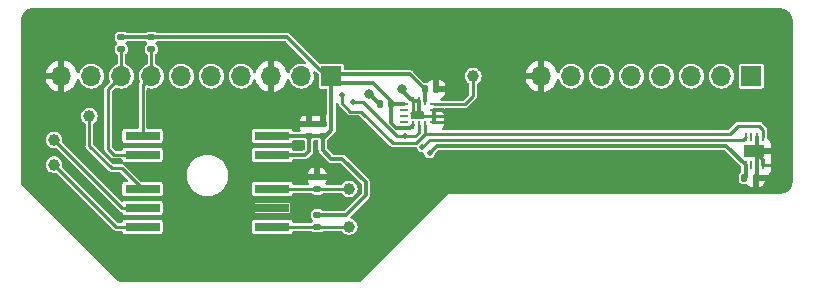
<source format=gbr>
%TF.GenerationSoftware,KiCad,Pcbnew,7.0.10*%
%TF.CreationDate,2024-02-18T18:22:22+01:00*%
%TF.ProjectId,flippy_multisensor,666c6970-7079-45f6-9d75-6c746973656e,rev?*%
%TF.SameCoordinates,Original*%
%TF.FileFunction,Copper,L1,Top*%
%TF.FilePolarity,Positive*%
%FSLAX46Y46*%
G04 Gerber Fmt 4.6, Leading zero omitted, Abs format (unit mm)*
G04 Created by KiCad (PCBNEW 7.0.10) date 2024-02-18 18:22:22*
%MOMM*%
%LPD*%
G01*
G04 APERTURE LIST*
G04 Aperture macros list*
%AMRoundRect*
0 Rectangle with rounded corners*
0 $1 Rounding radius*
0 $2 $3 $4 $5 $6 $7 $8 $9 X,Y pos of 4 corners*
0 Add a 4 corners polygon primitive as box body*
4,1,4,$2,$3,$4,$5,$6,$7,$8,$9,$2,$3,0*
0 Add four circle primitives for the rounded corners*
1,1,$1+$1,$2,$3*
1,1,$1+$1,$4,$5*
1,1,$1+$1,$6,$7*
1,1,$1+$1,$8,$9*
0 Add four rect primitives between the rounded corners*
20,1,$1+$1,$2,$3,$4,$5,0*
20,1,$1+$1,$4,$5,$6,$7,0*
20,1,$1+$1,$6,$7,$8,$9,0*
20,1,$1+$1,$8,$9,$2,$3,0*%
G04 Aperture macros list end*
%TA.AperFunction,SMDPad,CuDef*%
%ADD10RoundRect,0.140000X0.170000X-0.140000X0.170000X0.140000X-0.170000X0.140000X-0.170000X-0.140000X0*%
%TD*%
%TA.AperFunction,SMDPad,CuDef*%
%ADD11R,3.000000X0.800000*%
%TD*%
%TA.AperFunction,SMDPad,CuDef*%
%ADD12C,1.000000*%
%TD*%
%TA.AperFunction,SMDPad,CuDef*%
%ADD13RoundRect,0.135000X-0.185000X0.135000X-0.185000X-0.135000X0.185000X-0.135000X0.185000X0.135000X0*%
%TD*%
%TA.AperFunction,SMDPad,CuDef*%
%ADD14RoundRect,0.135000X0.185000X-0.135000X0.185000X0.135000X-0.185000X0.135000X-0.185000X-0.135000X0*%
%TD*%
%TA.AperFunction,SMDPad,CuDef*%
%ADD15RoundRect,0.140000X0.140000X0.170000X-0.140000X0.170000X-0.140000X-0.170000X0.140000X-0.170000X0*%
%TD*%
%TA.AperFunction,SMDPad,CuDef*%
%ADD16R,0.680000X0.280000*%
%TD*%
%TA.AperFunction,SMDPad,CuDef*%
%ADD17R,0.280000X0.680000*%
%TD*%
%TA.AperFunction,SMDPad,CuDef*%
%ADD18R,0.250000X0.700000*%
%TD*%
%TA.AperFunction,SMDPad,CuDef*%
%ADD19R,1.800000X1.100000*%
%TD*%
%TA.AperFunction,SMDPad,CuDef*%
%ADD20RoundRect,0.140000X-0.140000X-0.170000X0.140000X-0.170000X0.140000X0.170000X-0.140000X0.170000X0*%
%TD*%
%TA.AperFunction,ComponentPad*%
%ADD21R,1.700000X1.700000*%
%TD*%
%TA.AperFunction,ComponentPad*%
%ADD22O,1.700000X1.700000*%
%TD*%
%TA.AperFunction,ViaPad*%
%ADD23C,0.800000*%
%TD*%
%TA.AperFunction,ViaPad*%
%ADD24C,0.500000*%
%TD*%
%TA.AperFunction,Conductor*%
%ADD25C,0.300000*%
%TD*%
%TA.AperFunction,Conductor*%
%ADD26C,0.250000*%
%TD*%
G04 APERTURE END LIST*
D10*
%TO.P,C4,2*%
%TO.N,GND*%
X25550000Y-9820000D03*
%TO.P,C4,1*%
%TO.N,+3.3V*%
X25550000Y-10780000D03*
%TD*%
D11*
%TO.P,U3,10,VCC*%
%TO.N,+3.3V*%
X21300000Y-10800000D03*
%TO.P,U3,9,VBACKUP*%
X21300000Y-12400000D03*
%TO.P,U3,8,WAKEUP*%
%TO.N,Net-(U3-WAKEUP)*%
X21300000Y-15300000D03*
%TO.P,U3,7,GND*%
%TO.N,GND*%
X21300000Y-16900000D03*
%TO.P,U3,6,~{RESET}*%
%TO.N,Net-(U3-~{RESET})*%
X21300000Y-18500000D03*
%TO.P,U3,5,RX*%
%TO.N,Net-(U3-RX)*%
X10300000Y-18500000D03*
%TO.P,U3,4,TX*%
%TO.N,Net-(U3-TX)*%
X10300000Y-16900000D03*
%TO.P,U3,3,1PPS*%
%TO.N,Net-(U3-1PPS)*%
X10300000Y-15300000D03*
%TO.P,U3,2,SCL*%
%TO.N,SCL*%
X10300000Y-12400000D03*
%TO.P,U3,1,SDA*%
%TO.N,SDA*%
X10300000Y-10800000D03*
%TD*%
D12*
%TO.P,RST,1,1*%
%TO.N,Net-(U3-~{RESET})*%
X27800000Y-18500000D03*
%TD*%
%TO.P,TX,1,1*%
%TO.N,Net-(U3-TX)*%
X2800000Y-11150000D03*
%TD*%
%TO.P,RX,1,1*%
%TO.N,Net-(U3-RX)*%
X2800000Y-13250000D03*
%TD*%
%TO.P,1PPS,1,1*%
%TO.N,Net-(U3-1PPS)*%
X5800000Y-9150000D03*
%TD*%
%TO.P,WAKEUP,1,1*%
%TO.N,Net-(U3-WAKEUP)*%
X27800000Y-15300000D03*
%TD*%
D13*
%TO.P,R4,1*%
%TO.N,+3.3V*%
X25100000Y-17490000D03*
%TO.P,R4,2*%
%TO.N,Net-(U3-~{RESET})*%
X25100000Y-18510000D03*
%TD*%
D14*
%TO.P,R3,1*%
%TO.N,Net-(U3-WAKEUP)*%
X25100000Y-15310000D03*
%TO.P,R3,2*%
%TO.N,GND*%
X25100000Y-14290000D03*
%TD*%
D10*
%TO.P,C5,1*%
%TO.N,+3.3V*%
X24400000Y-10780000D03*
%TO.P,C5,2*%
%TO.N,GND*%
X24400000Y-9820000D03*
%TD*%
D15*
%TO.P,C2,1*%
%TO.N,+3.3V*%
X31380000Y-8150000D03*
%TO.P,C2,2*%
%TO.N,GND*%
X30420000Y-8150000D03*
%TD*%
D16*
%TO.P,U2,1,SDO/SA0*%
%TO.N,GND*%
X34980002Y-9649998D03*
%TO.P,U2,2,SDx*%
X34980002Y-9149998D03*
%TO.P,U2,3,SCx*%
X34980002Y-8649998D03*
%TO.P,U2,4,INT1*%
%TO.N,Net-(U2-INT1)*%
X34980002Y-8149998D03*
D17*
%TO.P,U2,5,VDDIO*%
%TO.N,+3.3V*%
X34220002Y-7889998D03*
%TO.P,U2,6,GND*%
%TO.N,GND*%
X33720002Y-7889998D03*
%TO.P,U2,7,GND*%
X33220002Y-7889998D03*
D16*
%TO.P,U2,8,VDD*%
%TO.N,+3.3V*%
X32460002Y-8149998D03*
%TO.P,U2,9,INT2*%
%TO.N,unconnected-(U2-INT2-Pad9)*%
X32460002Y-8649998D03*
%TO.P,U2,10,NC*%
%TO.N,unconnected-(U2-NC-Pad10)*%
X32460002Y-9149998D03*
%TO.P,U2,11,NC*%
%TO.N,unconnected-(U2-NC-Pad11)*%
X32460002Y-9649998D03*
D17*
%TO.P,U2,12,CS*%
%TO.N,+3.3V*%
X33220002Y-9909998D03*
%TO.P,U2,13,SCL*%
%TO.N,SCL*%
X33720002Y-9909998D03*
%TO.P,U2,14,SDA*%
%TO.N,SDA*%
X34220002Y-9909998D03*
%TD*%
D13*
%TO.P,R2,1*%
%TO.N,+3.3V*%
X8515000Y-2446000D03*
%TO.P,R2,2*%
%TO.N,SCL*%
X8515000Y-3466000D03*
%TD*%
D14*
%TO.P,R1,1*%
%TO.N,SDA*%
X11055000Y-3466000D03*
%TO.P,R1,2*%
%TO.N,+3.3V*%
X11055000Y-2446000D03*
%TD*%
D18*
%TO.P,U1,1,SDA*%
%TO.N,SDA*%
X62859000Y-10900000D03*
%TO.P,U1,2,ADDR*%
%TO.N,GND*%
X62359000Y-10900000D03*
%TO.P,U1,3,ALERT*%
%TO.N,unconnected-(U1-ALERT-Pad3)*%
X61859000Y-10900000D03*
%TO.P,U1,4,SCL*%
%TO.N,SCL*%
X61359000Y-10900000D03*
%TO.P,U1,5,VDD*%
%TO.N,+3.3V*%
X61359000Y-13300000D03*
%TO.P,U1,6,nRESET*%
%TO.N,unconnected-(U1-nRESET-Pad6)*%
X61859000Y-13300000D03*
%TO.P,U1,7,R*%
%TO.N,GND*%
X62359000Y-13300000D03*
%TO.P,U1,8,VSS*%
X62859000Y-13300000D03*
D19*
%TO.P,U1,9,EP*%
X62109000Y-12100000D03*
%TD*%
D20*
%TO.P,C1,1*%
%TO.N,+3.3V*%
X61248000Y-14386000D03*
%TO.P,C1,2*%
%TO.N,GND*%
X62208000Y-14386000D03*
%TD*%
%TO.P,C3,1*%
%TO.N,+3.3V*%
X34200000Y-6850000D03*
%TO.P,C3,2*%
%TO.N,GND*%
X35160000Y-6850000D03*
%TD*%
D12*
%TO.P,INT1,1,1*%
%TO.N,Net-(U2-INT1)*%
X38300000Y-5750000D03*
%TD*%
D21*
%TO.P,J2,1*%
%TO.N,+3.3V*%
X26295000Y-5750000D03*
D22*
%TO.P,J2,2*%
%TO.N,unconnected-(J2-Pad2)*%
X23755000Y-5750000D03*
%TO.P,J2,3*%
%TO.N,GND*%
X21215000Y-5750000D03*
%TO.P,J2,4*%
%TO.N,unconnected-(J2-Pad4)*%
X18675000Y-5750000D03*
%TO.P,J2,5*%
%TO.N,TX UART*%
X16135000Y-5750000D03*
%TO.P,J2,6*%
%TO.N,RX UART*%
X13595000Y-5750000D03*
%TO.P,J2,7*%
%TO.N,SDA*%
X11055000Y-5750000D03*
%TO.P,J2,8*%
%TO.N,SCL*%
X8515000Y-5750000D03*
%TO.P,J2,9*%
%TO.N,unconnected-(J2-Pad9)*%
X5975000Y-5750000D03*
%TO.P,J2,10*%
%TO.N,GND*%
X3435000Y-5750000D03*
%TD*%
D21*
%TO.P,J1,1*%
%TO.N,+5V*%
X61855000Y-5750000D03*
D22*
%TO.P,J1,2*%
%TO.N,unconnected-(J1-Pad2)*%
X59315000Y-5750000D03*
%TO.P,J1,3*%
%TO.N,unconnected-(J1-Pad3)*%
X56775000Y-5750000D03*
%TO.P,J1,4*%
%TO.N,unconnected-(J1-Pad4)*%
X54235000Y-5750000D03*
%TO.P,J1,5*%
%TO.N,unconnected-(J1-Pad5)*%
X51695000Y-5750000D03*
%TO.P,J1,6*%
%TO.N,unconnected-(J1-Pad6)*%
X49155000Y-5750000D03*
%TO.P,J1,7*%
%TO.N,unconnected-(J1-Pad7)*%
X46615000Y-5750000D03*
%TO.P,J1,8*%
%TO.N,GND*%
X44075000Y-5750000D03*
%TD*%
D23*
%TO.N,GND*%
X29500000Y-7250000D03*
D24*
%TO.N,SDA*%
X27213223Y-7382462D03*
%TO.N,SCL*%
X28104570Y-7970685D03*
D23*
%TO.N,GND*%
X44050000Y-13650000D03*
X26300000Y-2150000D03*
X32300000Y-6850000D03*
X26300000Y-13650000D03*
X44050000Y-2150000D03*
D24*
%TO.N,+3.3V*%
X34600000Y-12250000D03*
%TO.N,SCL*%
X34000000Y-11750000D03*
X32500000Y-10850000D03*
%TD*%
D25*
%TO.N,GND*%
X29500000Y-7250000D02*
X29600000Y-7350000D01*
X30400000Y-8150000D02*
X29500000Y-7250000D01*
X30420000Y-8150000D02*
X30340000Y-8150000D01*
%TO.N,+3.3V*%
X24400000Y-10780000D02*
X24400000Y-12100000D01*
X24400000Y-12100000D02*
X24100000Y-12400000D01*
X24100000Y-12400000D02*
X21300000Y-12400000D01*
X21300000Y-10800000D02*
X24380000Y-10800000D01*
X24400000Y-10780000D02*
X25550000Y-10780000D01*
X25550000Y-12000000D02*
X25550000Y-10780000D01*
X26295000Y-10344999D02*
X26295000Y-5750000D01*
X25859999Y-10780000D02*
X26295000Y-10344999D01*
X25550000Y-10780000D02*
X25859999Y-10780000D01*
X24380000Y-10800000D02*
X24400000Y-10780000D01*
D26*
%TO.N,Net-(U3-RX)*%
X2800000Y-13250000D02*
X8050000Y-18500000D01*
X8050000Y-18500000D02*
X10300000Y-18500000D01*
%TO.N,Net-(U3-TX)*%
X2800000Y-11150000D02*
X8550000Y-16900000D01*
X8550000Y-16900000D02*
X10300000Y-16900000D01*
%TO.N,Net-(U3-1PPS)*%
X10300000Y-15300000D02*
X8550000Y-13550000D01*
X8550000Y-13550000D02*
X7700000Y-13550000D01*
X7700000Y-13550000D02*
X5800000Y-11650000D01*
X5800000Y-11650000D02*
X5800000Y-9150000D01*
D25*
%TO.N,+3.3V*%
X25100000Y-17490000D02*
X27560000Y-17490000D01*
X29200000Y-15850000D02*
X29200000Y-14750000D01*
X27200000Y-12750000D02*
X26300000Y-12750000D01*
X27560000Y-17490000D02*
X29200000Y-15850000D01*
X29200000Y-14750000D02*
X27200000Y-12750000D01*
X26300000Y-12750000D02*
X25550000Y-12000000D01*
D26*
%TO.N,Net-(U3-~{RESET})*%
X21300000Y-18500000D02*
X27800000Y-18500000D01*
%TO.N,Net-(U3-WAKEUP)*%
X21300000Y-15300000D02*
X27800000Y-15300000D01*
%TO.N,SDA*%
X33463338Y-11433058D02*
X31483058Y-11433058D01*
X27213223Y-8063223D02*
X27213223Y-7382462D01*
X31483058Y-11433058D02*
X28800000Y-8750000D01*
%TO.N,SCL*%
X32200000Y-10850000D02*
X31808253Y-10850000D01*
X28928938Y-7970685D02*
X28104570Y-7970685D01*
%TO.N,SDA*%
X34170002Y-10726394D02*
X33463338Y-11433058D01*
%TO.N,SCL*%
X31808253Y-10850000D02*
X28928938Y-7970685D01*
%TO.N,SDA*%
X34170002Y-10700000D02*
X34170002Y-10726394D01*
X34220002Y-10650000D02*
X34170002Y-10700000D01*
X28800000Y-8750000D02*
X27900000Y-8750000D01*
X27900000Y-8750000D02*
X27213223Y-8063223D01*
%TO.N,SCL*%
X10300000Y-12400000D02*
X7850000Y-12400000D01*
X7850000Y-12400000D02*
X7400000Y-11950000D01*
X7400000Y-6865000D02*
X8515000Y-5750000D01*
X7400000Y-11950000D02*
X7400000Y-6865000D01*
%TO.N,SDA*%
X10300000Y-10800000D02*
X10300000Y-6505000D01*
X10300000Y-6505000D02*
X11055000Y-5750000D01*
D25*
%TO.N,GND*%
X62359000Y-13300000D02*
X62359000Y-12350000D01*
X62359000Y-11850000D02*
X62109000Y-12100000D01*
X32300000Y-6850000D02*
X32300000Y-6969996D01*
X62359000Y-14235000D02*
X62208000Y-14386000D01*
X62359000Y-10900000D02*
X62359000Y-11850000D01*
X62359000Y-12350000D02*
X62109000Y-12100000D01*
X34980002Y-9149998D02*
X34980002Y-9649998D01*
X62859000Y-12850000D02*
X62109000Y-12100000D01*
X34980002Y-8649998D02*
X35699998Y-8649998D01*
X34980002Y-9149998D02*
X34980002Y-8649998D01*
X33720002Y-7889998D02*
X33220002Y-7889998D01*
X30400000Y-8150000D02*
X30420000Y-8150000D01*
X32300000Y-6969996D02*
X33220002Y-7889998D01*
X62859000Y-13300000D02*
X62859000Y-12850000D01*
X62359000Y-13300000D02*
X62359000Y-14235000D01*
X35699998Y-8649998D02*
X36200000Y-9150000D01*
%TO.N,+3.3V*%
X32950000Y-5600000D02*
X27022135Y-5600000D01*
X31380000Y-7840001D02*
X29844525Y-6304526D01*
X8515000Y-2446000D02*
X11055000Y-2446000D01*
X31380000Y-9725000D02*
X31380000Y-8150000D01*
X29844525Y-6304526D02*
X26666380Y-6304526D01*
X26666380Y-6304526D02*
X26495719Y-6382463D01*
X59709000Y-11650000D02*
X59700000Y-11650000D01*
X11055000Y-2446000D02*
X22558550Y-2446000D01*
X22558550Y-2446000D02*
X25682791Y-5570241D01*
X59700000Y-11650000D02*
X35200000Y-11650000D01*
X31380000Y-8150000D02*
X31380000Y-7840001D01*
X35200000Y-11650000D02*
X34600000Y-12250000D01*
X31380000Y-8150000D02*
X32460000Y-8150000D01*
X61359000Y-13300000D02*
X61359000Y-14275000D01*
X61359000Y-14275000D02*
X61248000Y-14386000D01*
X33220002Y-9909998D02*
X32990002Y-10139998D01*
X34200000Y-6850000D02*
X32950000Y-5600000D01*
X32990002Y-10139998D02*
X31794998Y-10139998D01*
X34220002Y-7889998D02*
X34220002Y-6870002D01*
X32460000Y-8150000D02*
X32460002Y-8149998D01*
X31794998Y-10139998D02*
X31380000Y-9725000D01*
X34220002Y-6870002D02*
X34200000Y-6850000D01*
X61359000Y-13300000D02*
X59709000Y-11650000D01*
D26*
%TO.N,SDA*%
X60000000Y-10650000D02*
X60700000Y-9950000D01*
X62534000Y-9950000D02*
X62859000Y-10275000D01*
X34220002Y-10650000D02*
X60000000Y-10650000D01*
X11055000Y-3466000D02*
X11055000Y-4938225D01*
X60700000Y-9950000D02*
X62534000Y-9950000D01*
X11055000Y-4938225D02*
X10945004Y-5048221D01*
X34220002Y-10650000D02*
X34220002Y-10676394D01*
X34220002Y-9909998D02*
X34220002Y-10650000D01*
X62859000Y-10275000D02*
X62859000Y-10900000D01*
%TO.N,SCL*%
X61109000Y-11150000D02*
X56700000Y-11150000D01*
X33410000Y-10850000D02*
X32200000Y-10850000D01*
X61359000Y-10900000D02*
X61109000Y-11150000D01*
X33720002Y-10539998D02*
X33410000Y-10850000D01*
X56700000Y-11150000D02*
X34600000Y-11150000D01*
X8515000Y-3466000D02*
X8515000Y-4938224D01*
X8515000Y-4938224D02*
X8405003Y-5048221D01*
X33720002Y-9909998D02*
X33720002Y-10539998D01*
X34600000Y-11150000D02*
X34000000Y-11750000D01*
X32200000Y-10850000D02*
X32500000Y-10850000D01*
%TO.N,Net-(U2-INT1)*%
X37599998Y-8149998D02*
X37600000Y-8150000D01*
X34980002Y-8149998D02*
X37599998Y-8149998D01*
X38300000Y-7450000D02*
X38300000Y-5750000D01*
X37600000Y-8150000D02*
X38300000Y-7450000D01*
%TD*%
%TA.AperFunction,Conductor*%
%TO.N,GND*%
G36*
X64350099Y-25500D02*
G01*
X64350099Y-25499D01*
X64351068Y-25500D01*
X64361133Y-25914D01*
X64521949Y-39123D01*
X64544770Y-43173D01*
X64606462Y-60198D01*
X64610187Y-61291D01*
X64701306Y-89645D01*
X64717503Y-95963D01*
X64753859Y-113174D01*
X64783462Y-127188D01*
X64789436Y-130216D01*
X64868392Y-172957D01*
X64880894Y-180720D01*
X64942122Y-223972D01*
X64949543Y-229646D01*
X65017429Y-285750D01*
X65026316Y-293852D01*
X65046886Y-314526D01*
X65079561Y-347365D01*
X65087636Y-356311D01*
X65143381Y-424454D01*
X65149025Y-431912D01*
X65167318Y-458084D01*
X65191975Y-493362D01*
X65199680Y-505913D01*
X65242012Y-585056D01*
X65245010Y-591043D01*
X65275906Y-657157D01*
X65282149Y-673403D01*
X65310028Y-764597D01*
X65311141Y-768460D01*
X65328719Y-833421D01*
X65332377Y-853160D01*
X65345219Y-978388D01*
X65345348Y-979719D01*
X65348982Y-1019363D01*
X65349500Y-1030682D01*
X65349500Y-14668245D01*
X65348772Y-14681666D01*
X65344465Y-14721226D01*
X65344316Y-14722528D01*
X65329072Y-14850007D01*
X65325200Y-14869274D01*
X65306265Y-14935706D01*
X65305126Y-14939472D01*
X65275464Y-15032265D01*
X65269172Y-15048102D01*
X65236834Y-15115574D01*
X65233846Y-15121408D01*
X65189866Y-15201952D01*
X65182232Y-15214184D01*
X65137839Y-15276876D01*
X65132260Y-15284166D01*
X65074944Y-15353584D01*
X65067006Y-15362316D01*
X65012316Y-15417006D01*
X65003584Y-15424944D01*
X64934166Y-15482260D01*
X64926876Y-15487839D01*
X64864184Y-15532232D01*
X64851952Y-15539866D01*
X64771408Y-15583846D01*
X64765574Y-15586834D01*
X64698102Y-15619172D01*
X64682265Y-15625464D01*
X64589472Y-15655126D01*
X64585706Y-15656265D01*
X64519274Y-15675200D01*
X64500006Y-15679072D01*
X64372467Y-15694322D01*
X64371168Y-15694470D01*
X64331678Y-15698770D01*
X64318255Y-15699499D01*
X36274310Y-15699499D01*
X36273605Y-15699361D01*
X36249995Y-15699458D01*
X36249616Y-15699616D01*
X36232413Y-15716819D01*
X36232295Y-15716995D01*
X28836111Y-23113181D01*
X28774788Y-23146666D01*
X28748430Y-23149500D01*
X8351569Y-23149500D01*
X8284530Y-23129815D01*
X8263888Y-23113181D01*
X36819Y-14886111D01*
X3334Y-14824788D01*
X500Y-14798430D01*
X500Y-13250000D01*
X2094355Y-13250000D01*
X2114859Y-13418869D01*
X2114860Y-13418874D01*
X2175182Y-13577931D01*
X2224423Y-13649268D01*
X2271817Y-13717929D01*
X2326390Y-13766276D01*
X2399150Y-13830736D01*
X2549773Y-13909789D01*
X2549775Y-13909790D01*
X2714944Y-13950500D01*
X2885058Y-13950500D01*
X2885058Y-13950499D01*
X2941596Y-13936564D01*
X3011397Y-13939632D01*
X3058953Y-13969279D01*
X7805955Y-18716282D01*
X7813262Y-18724256D01*
X7837541Y-18753190D01*
X7837543Y-18753191D01*
X7837545Y-18753194D01*
X7837547Y-18753195D01*
X7837548Y-18753196D01*
X7870253Y-18772078D01*
X7879376Y-18777890D01*
X7910316Y-18799554D01*
X7910319Y-18799554D01*
X7915176Y-18801820D01*
X7931933Y-18808760D01*
X7936952Y-18810586D01*
X7936955Y-18810588D01*
X7974141Y-18817144D01*
X7984704Y-18819486D01*
X8002933Y-18824370D01*
X8021193Y-18829263D01*
X8058811Y-18825971D01*
X8069618Y-18825500D01*
X8478988Y-18825500D01*
X8546027Y-18845185D01*
X8591782Y-18897989D01*
X8600605Y-18925308D01*
X8611132Y-18978229D01*
X8611132Y-18978230D01*
X8655447Y-19044552D01*
X8721769Y-19088867D01*
X8721770Y-19088868D01*
X8780247Y-19100499D01*
X8780250Y-19100500D01*
X8780252Y-19100500D01*
X11819750Y-19100500D01*
X11819751Y-19100499D01*
X11834568Y-19097552D01*
X11878229Y-19088868D01*
X11878229Y-19088867D01*
X11878231Y-19088867D01*
X11944552Y-19044552D01*
X11988867Y-18978231D01*
X11988867Y-18978229D01*
X11988868Y-18978229D01*
X12000499Y-18919752D01*
X12000500Y-18919750D01*
X12000500Y-18080249D01*
X12000499Y-18080247D01*
X11988868Y-18021770D01*
X11988867Y-18021769D01*
X11944552Y-17955447D01*
X11878230Y-17911132D01*
X11878229Y-17911131D01*
X11819752Y-17899500D01*
X11819748Y-17899500D01*
X8780252Y-17899500D01*
X8780247Y-17899500D01*
X8721770Y-17911131D01*
X8721769Y-17911132D01*
X8655447Y-17955447D01*
X8611132Y-18021769D01*
X8611132Y-18021770D01*
X8600605Y-18074692D01*
X8568220Y-18136603D01*
X8507504Y-18171177D01*
X8478988Y-18174500D01*
X8236189Y-18174500D01*
X8169150Y-18154815D01*
X8148508Y-18138181D01*
X3521775Y-13511449D01*
X3488290Y-13450126D01*
X3486360Y-13408821D01*
X3486786Y-13405315D01*
X3505645Y-13250000D01*
X3485140Y-13081128D01*
X3480630Y-13069237D01*
X3424817Y-12922068D01*
X3375284Y-12850308D01*
X3328183Y-12782071D01*
X3207084Y-12674787D01*
X3200849Y-12669263D01*
X3050226Y-12590210D01*
X2885056Y-12549500D01*
X2714944Y-12549500D01*
X2549773Y-12590210D01*
X2399150Y-12669263D01*
X2271816Y-12782072D01*
X2175182Y-12922068D01*
X2114860Y-13081125D01*
X2114859Y-13081130D01*
X2094355Y-13250000D01*
X500Y-13250000D01*
X500Y-11150000D01*
X2094355Y-11150000D01*
X2114859Y-11318869D01*
X2114860Y-11318874D01*
X2175182Y-11477931D01*
X2225959Y-11551493D01*
X2271817Y-11617929D01*
X2349987Y-11687181D01*
X2399150Y-11730736D01*
X2549773Y-11809789D01*
X2549775Y-11809790D01*
X2714944Y-11850500D01*
X2885058Y-11850500D01*
X2885058Y-11850499D01*
X2941596Y-11836564D01*
X3011397Y-11839632D01*
X3058953Y-11869279D01*
X8305950Y-17116276D01*
X8313257Y-17124250D01*
X8337541Y-17153190D01*
X8337543Y-17153191D01*
X8337545Y-17153194D01*
X8337547Y-17153195D01*
X8337548Y-17153196D01*
X8370256Y-17172080D01*
X8379379Y-17177892D01*
X8410316Y-17199554D01*
X8410319Y-17199554D01*
X8415176Y-17201820D01*
X8431933Y-17208760D01*
X8436949Y-17210585D01*
X8436950Y-17210585D01*
X8436955Y-17210588D01*
X8474173Y-17217150D01*
X8484687Y-17219482D01*
X8506415Y-17225304D01*
X8510422Y-17226378D01*
X8570080Y-17262746D01*
X8599939Y-17321959D01*
X8611132Y-17378229D01*
X8611132Y-17378230D01*
X8655447Y-17444552D01*
X8721769Y-17488867D01*
X8721770Y-17488868D01*
X8780247Y-17500499D01*
X8780250Y-17500500D01*
X8780252Y-17500500D01*
X11819750Y-17500500D01*
X11819751Y-17500499D01*
X11834568Y-17497552D01*
X11878229Y-17488868D01*
X11878229Y-17488867D01*
X11878231Y-17488867D01*
X11944552Y-17444552D01*
X11988867Y-17378231D01*
X11988867Y-17378229D01*
X11988868Y-17378229D01*
X12000499Y-17319752D01*
X12000500Y-17319750D01*
X12000500Y-16500000D01*
X19800000Y-16500000D01*
X19800000Y-17300000D01*
X22800000Y-17300000D01*
X22800000Y-16500000D01*
X19800000Y-16500000D01*
X12000500Y-16500000D01*
X12000500Y-16480249D01*
X12000499Y-16480247D01*
X11988868Y-16421770D01*
X11988867Y-16421769D01*
X11944552Y-16355447D01*
X11878230Y-16311132D01*
X11878229Y-16311131D01*
X11819752Y-16299500D01*
X11819748Y-16299500D01*
X8780252Y-16299500D01*
X8780247Y-16299500D01*
X8721770Y-16311131D01*
X8721769Y-16311132D01*
X8655444Y-16355449D01*
X8648288Y-16362606D01*
X8586964Y-16396089D01*
X8517273Y-16391102D01*
X8472929Y-16362603D01*
X3521775Y-11411449D01*
X3488290Y-11350126D01*
X3486360Y-11308821D01*
X3505645Y-11150000D01*
X3485140Y-10981128D01*
X3424818Y-10822070D01*
X3418760Y-10813294D01*
X3376459Y-10752011D01*
X3328183Y-10682071D01*
X3205381Y-10573278D01*
X3200849Y-10569263D01*
X3050226Y-10490210D01*
X2885056Y-10449500D01*
X2714944Y-10449500D01*
X2549773Y-10490210D01*
X2399150Y-10569263D01*
X2271816Y-10682072D01*
X2175182Y-10822068D01*
X2114860Y-10981125D01*
X2114859Y-10981130D01*
X2094355Y-11150000D01*
X500Y-11150000D01*
X500Y-9150000D01*
X5094355Y-9150000D01*
X5114859Y-9318869D01*
X5114860Y-9318874D01*
X5175182Y-9477931D01*
X5197317Y-9509998D01*
X5271817Y-9617929D01*
X5399148Y-9730734D01*
X5408124Y-9735445D01*
X5458337Y-9784027D01*
X5474500Y-9845242D01*
X5474500Y-11630372D01*
X5474028Y-11641181D01*
X5470735Y-11678808D01*
X5480512Y-11715298D01*
X5482852Y-11725852D01*
X5489411Y-11763042D01*
X5491235Y-11768055D01*
X5498197Y-11784861D01*
X5500446Y-11789684D01*
X5522104Y-11820616D01*
X5527914Y-11829734D01*
X5546806Y-11862455D01*
X5575743Y-11886736D01*
X5583718Y-11894044D01*
X7455950Y-13766276D01*
X7463257Y-13774250D01*
X7487541Y-13803190D01*
X7487543Y-13803191D01*
X7487545Y-13803194D01*
X7487547Y-13803195D01*
X7487548Y-13803196D01*
X7520256Y-13822080D01*
X7529379Y-13827892D01*
X7560316Y-13849554D01*
X7560319Y-13849554D01*
X7565176Y-13851820D01*
X7581933Y-13858760D01*
X7586953Y-13860587D01*
X7586955Y-13860588D01*
X7624143Y-13867145D01*
X7634706Y-13869487D01*
X7671193Y-13879264D01*
X7708823Y-13875971D01*
X7719630Y-13875500D01*
X8363812Y-13875500D01*
X8430851Y-13895185D01*
X8451493Y-13911819D01*
X9027493Y-14487819D01*
X9060978Y-14549142D01*
X9055994Y-14618834D01*
X9014122Y-14674767D01*
X8948658Y-14699184D01*
X8939812Y-14699500D01*
X8780247Y-14699500D01*
X8721770Y-14711131D01*
X8721769Y-14711132D01*
X8655447Y-14755447D01*
X8611132Y-14821769D01*
X8611131Y-14821770D01*
X8599500Y-14880247D01*
X8599500Y-15719752D01*
X8611131Y-15778229D01*
X8611132Y-15778230D01*
X8655447Y-15844552D01*
X8721769Y-15888867D01*
X8721770Y-15888868D01*
X8780247Y-15900499D01*
X8780250Y-15900500D01*
X8780252Y-15900500D01*
X11819750Y-15900500D01*
X11819751Y-15900499D01*
X11834568Y-15897552D01*
X11878229Y-15888868D01*
X11878229Y-15888867D01*
X11878231Y-15888867D01*
X11944552Y-15844552D01*
X11988867Y-15778231D01*
X11988867Y-15778229D01*
X11988868Y-15778229D01*
X12000499Y-15719752D01*
X12000500Y-15719750D01*
X12000500Y-14880249D01*
X12000499Y-14880247D01*
X11988868Y-14821770D01*
X11988867Y-14821769D01*
X11944552Y-14755447D01*
X11878230Y-14711132D01*
X11878229Y-14711131D01*
X11819752Y-14699500D01*
X11819748Y-14699500D01*
X10211188Y-14699500D01*
X10144149Y-14679815D01*
X10123507Y-14663181D01*
X9741513Y-14281187D01*
X14049500Y-14281187D01*
X14069794Y-14415823D01*
X14088604Y-14540615D01*
X14088605Y-14540617D01*
X14088606Y-14540623D01*
X14130047Y-14674970D01*
X14164720Y-14787379D01*
X14165938Y-14791326D01*
X14279767Y-15027696D01*
X14279768Y-15027697D01*
X14279770Y-15027700D01*
X14279772Y-15027704D01*
X14398573Y-15201952D01*
X14427567Y-15244479D01*
X14606014Y-15436801D01*
X14606018Y-15436804D01*
X14606019Y-15436805D01*
X14811143Y-15600386D01*
X15038357Y-15731568D01*
X15282584Y-15827420D01*
X15538370Y-15885802D01*
X15538376Y-15885802D01*
X15538379Y-15885803D01*
X15734484Y-15900499D01*
X15734503Y-15900499D01*
X15734506Y-15900500D01*
X15734508Y-15900500D01*
X15865492Y-15900500D01*
X15865494Y-15900500D01*
X15865496Y-15900499D01*
X15865515Y-15900499D01*
X16061620Y-15885803D01*
X16061622Y-15885802D01*
X16061630Y-15885802D01*
X16317416Y-15827420D01*
X16561643Y-15731568D01*
X16582109Y-15719752D01*
X19599500Y-15719752D01*
X19611131Y-15778229D01*
X19611132Y-15778230D01*
X19655447Y-15844552D01*
X19721769Y-15888867D01*
X19721770Y-15888868D01*
X19780247Y-15900499D01*
X19780250Y-15900500D01*
X19780252Y-15900500D01*
X22819750Y-15900500D01*
X22819751Y-15900499D01*
X22834568Y-15897552D01*
X22878229Y-15888868D01*
X22878229Y-15888867D01*
X22878231Y-15888867D01*
X22944552Y-15844552D01*
X22988867Y-15778231D01*
X22991966Y-15762649D01*
X22999395Y-15725308D01*
X23031780Y-15663397D01*
X23092496Y-15628823D01*
X23121012Y-15625500D01*
X24569669Y-15625500D01*
X24636708Y-15645185D01*
X24657350Y-15661819D01*
X24719596Y-15724065D01*
X24826827Y-15774068D01*
X24875683Y-15780500D01*
X24875684Y-15780500D01*
X25324317Y-15780500D01*
X25341566Y-15778229D01*
X25373173Y-15774068D01*
X25480404Y-15724065D01*
X25542650Y-15661819D01*
X25603973Y-15628334D01*
X25630331Y-15625500D01*
X27108425Y-15625500D01*
X27175464Y-15645185D01*
X27210474Y-15679059D01*
X27271817Y-15767929D01*
X27356294Y-15842769D01*
X27399150Y-15880736D01*
X27544394Y-15956966D01*
X27549775Y-15959790D01*
X27714944Y-16000500D01*
X27885056Y-16000500D01*
X28050225Y-15959790D01*
X28162117Y-15901064D01*
X28200849Y-15880736D01*
X28200850Y-15880734D01*
X28200852Y-15880734D01*
X28328183Y-15767929D01*
X28424818Y-15627930D01*
X28485140Y-15468872D01*
X28505645Y-15300000D01*
X28485140Y-15131128D01*
X28424818Y-14972070D01*
X28410537Y-14951381D01*
X28371779Y-14895230D01*
X28328183Y-14832071D01*
X28219610Y-14735884D01*
X28200849Y-14719263D01*
X28050226Y-14640210D01*
X27885056Y-14599500D01*
X27714944Y-14599500D01*
X27549773Y-14640210D01*
X27399150Y-14719263D01*
X27271816Y-14832072D01*
X27210475Y-14920940D01*
X27156192Y-14964930D01*
X27108425Y-14974500D01*
X25915157Y-14974500D01*
X25848118Y-14954815D01*
X25802363Y-14902011D01*
X25792419Y-14832853D01*
X25808425Y-14787379D01*
X25872404Y-14679194D01*
X25912844Y-14540000D01*
X24287156Y-14540000D01*
X24327595Y-14679194D01*
X24391575Y-14787379D01*
X24408758Y-14855103D01*
X24386598Y-14921366D01*
X24332132Y-14965129D01*
X24284843Y-14974500D01*
X23121012Y-14974500D01*
X23053973Y-14954815D01*
X23008218Y-14902011D01*
X22999395Y-14874692D01*
X22990684Y-14830904D01*
X22988867Y-14821769D01*
X22982470Y-14812195D01*
X22944552Y-14755447D01*
X22878230Y-14711132D01*
X22878229Y-14711131D01*
X22819752Y-14699500D01*
X22819748Y-14699500D01*
X19780252Y-14699500D01*
X19780247Y-14699500D01*
X19721770Y-14711131D01*
X19721769Y-14711132D01*
X19655447Y-14755447D01*
X19611132Y-14821769D01*
X19611131Y-14821770D01*
X19599500Y-14880247D01*
X19599500Y-15719752D01*
X16582109Y-15719752D01*
X16788857Y-15600386D01*
X16993981Y-15436805D01*
X17004987Y-15424944D01*
X17033945Y-15393733D01*
X17172433Y-15244479D01*
X17320228Y-15027704D01*
X17434063Y-14791323D01*
X17511396Y-14540615D01*
X17550500Y-14281182D01*
X17550500Y-14040000D01*
X24287156Y-14040000D01*
X24850000Y-14040000D01*
X24850000Y-13520068D01*
X25350000Y-13520068D01*
X25350000Y-14040000D01*
X25912844Y-14040000D01*
X25872404Y-13900805D01*
X25790738Y-13762714D01*
X25790731Y-13762705D01*
X25677294Y-13649268D01*
X25677285Y-13649261D01*
X25539191Y-13567593D01*
X25539188Y-13567592D01*
X25385130Y-13522834D01*
X25350000Y-13520068D01*
X24850000Y-13520068D01*
X24849999Y-13520068D01*
X24814869Y-13522834D01*
X24814868Y-13522834D01*
X24660811Y-13567592D01*
X24660808Y-13567593D01*
X24522714Y-13649261D01*
X24522705Y-13649268D01*
X24409268Y-13762705D01*
X24409261Y-13762714D01*
X24327595Y-13900805D01*
X24287156Y-14040000D01*
X17550500Y-14040000D01*
X17550500Y-14018818D01*
X17511396Y-13759385D01*
X17434063Y-13508677D01*
X17405866Y-13450126D01*
X17320232Y-13272303D01*
X17320231Y-13272302D01*
X17320230Y-13272301D01*
X17320228Y-13272296D01*
X17172433Y-13055521D01*
X17149719Y-13031041D01*
X16993985Y-12863198D01*
X16939500Y-12819748D01*
X16788857Y-12699614D01*
X16561643Y-12568432D01*
X16317416Y-12472580D01*
X16317411Y-12472578D01*
X16317402Y-12472576D01*
X16073328Y-12416868D01*
X16061630Y-12414198D01*
X16061629Y-12414197D01*
X16061625Y-12414197D01*
X16061620Y-12414196D01*
X15865515Y-12399500D01*
X15865494Y-12399500D01*
X15734506Y-12399500D01*
X15734484Y-12399500D01*
X15538379Y-12414196D01*
X15538374Y-12414197D01*
X15282597Y-12472576D01*
X15282578Y-12472582D01*
X15038356Y-12568432D01*
X14811143Y-12699614D01*
X14606014Y-12863198D01*
X14427567Y-13055520D01*
X14279768Y-13272302D01*
X14279767Y-13272303D01*
X14165938Y-13508673D01*
X14088606Y-13759376D01*
X14088605Y-13759381D01*
X14088604Y-13759385D01*
X14076624Y-13838867D01*
X14049500Y-14018812D01*
X14049500Y-14281187D01*
X9741513Y-14281187D01*
X8794044Y-13333718D01*
X8786734Y-13325741D01*
X8762456Y-13296807D01*
X8762455Y-13296806D01*
X8729734Y-13277914D01*
X8720616Y-13272104D01*
X8689684Y-13250446D01*
X8684861Y-13248197D01*
X8668055Y-13241235D01*
X8663042Y-13239411D01*
X8625852Y-13232852D01*
X8615298Y-13230512D01*
X8578808Y-13220735D01*
X8541181Y-13224028D01*
X8530372Y-13224500D01*
X7886188Y-13224500D01*
X7819149Y-13204815D01*
X7798507Y-13188181D01*
X6589134Y-11978808D01*
X7070735Y-11978808D01*
X7080512Y-12015298D01*
X7082852Y-12025852D01*
X7089411Y-12063042D01*
X7091235Y-12068055D01*
X7098197Y-12084861D01*
X7100446Y-12089684D01*
X7122104Y-12120616D01*
X7127914Y-12129734D01*
X7146806Y-12162455D01*
X7160284Y-12173764D01*
X7175743Y-12186736D01*
X7183718Y-12194044D01*
X7605950Y-12616276D01*
X7613257Y-12624250D01*
X7637541Y-12653190D01*
X7637543Y-12653191D01*
X7637545Y-12653194D01*
X7637547Y-12653195D01*
X7637548Y-12653196D01*
X7670256Y-12672080D01*
X7679379Y-12677892D01*
X7707874Y-12697844D01*
X7710316Y-12699554D01*
X7710319Y-12699554D01*
X7715176Y-12701820D01*
X7731933Y-12708760D01*
X7736952Y-12710586D01*
X7736955Y-12710588D01*
X7774141Y-12717144D01*
X7784704Y-12719486D01*
X7802933Y-12724370D01*
X7821193Y-12729263D01*
X7858811Y-12725971D01*
X7869618Y-12725500D01*
X8478988Y-12725500D01*
X8546027Y-12745185D01*
X8591782Y-12797989D01*
X8600605Y-12825308D01*
X8611132Y-12878229D01*
X8611132Y-12878230D01*
X8655447Y-12944552D01*
X8721769Y-12988867D01*
X8721770Y-12988868D01*
X8780247Y-13000499D01*
X8780250Y-13000500D01*
X8780252Y-13000500D01*
X11819750Y-13000500D01*
X11819751Y-13000499D01*
X11834568Y-12997552D01*
X11878229Y-12988868D01*
X11878229Y-12988867D01*
X11878231Y-12988867D01*
X11944552Y-12944552D01*
X11988867Y-12878231D01*
X11988867Y-12878229D01*
X11988868Y-12878229D01*
X12000499Y-12819752D01*
X12000500Y-12819750D01*
X12000500Y-11980249D01*
X12000499Y-11980247D01*
X11988868Y-11921770D01*
X11988867Y-11921769D01*
X11944552Y-11855447D01*
X11878230Y-11811132D01*
X11878229Y-11811131D01*
X11819752Y-11799500D01*
X11819748Y-11799500D01*
X8780252Y-11799500D01*
X8780247Y-11799500D01*
X8721770Y-11811131D01*
X8721769Y-11811132D01*
X8655447Y-11855447D01*
X8611132Y-11921769D01*
X8611132Y-11921770D01*
X8600605Y-11974692D01*
X8568220Y-12036603D01*
X8507504Y-12071177D01*
X8478988Y-12074500D01*
X8036188Y-12074500D01*
X7969149Y-12054815D01*
X7948507Y-12038181D01*
X7761819Y-11851493D01*
X7728334Y-11790170D01*
X7725500Y-11763812D01*
X7725500Y-7051187D01*
X7745185Y-6984148D01*
X7761815Y-6963510D01*
X7974005Y-6751319D01*
X8035326Y-6717836D01*
X8105017Y-6722820D01*
X8109132Y-6724439D01*
X8111038Y-6725227D01*
X8111046Y-6725232D01*
X8309066Y-6785300D01*
X8309065Y-6785300D01*
X8327529Y-6787118D01*
X8515000Y-6805583D01*
X8720934Y-6785300D01*
X8918954Y-6725232D01*
X9101450Y-6627685D01*
X9261410Y-6496410D01*
X9392685Y-6336450D01*
X9490232Y-6153954D01*
X9550300Y-5955934D01*
X9570583Y-5750000D01*
X9550300Y-5544066D01*
X9490232Y-5346046D01*
X9392685Y-5163550D01*
X9317897Y-5072420D01*
X9261410Y-5003589D01*
X9111121Y-4880252D01*
X9101450Y-4872315D01*
X8918954Y-4774768D01*
X8917049Y-4773979D01*
X8916203Y-4773298D01*
X8913581Y-4771896D01*
X8913846Y-4771398D01*
X8862645Y-4730138D01*
X8840579Y-4663844D01*
X8840500Y-4659417D01*
X8840500Y-3983059D01*
X8860185Y-3916020D01*
X8893377Y-3881484D01*
X8895398Y-3880067D01*
X8895404Y-3880065D01*
X8979065Y-3796404D01*
X9029068Y-3689173D01*
X9035500Y-3640316D01*
X9035500Y-3291684D01*
X9029068Y-3242827D01*
X8979065Y-3135596D01*
X8895404Y-3051935D01*
X8887733Y-3044264D01*
X8890561Y-3041435D01*
X8859843Y-3003023D01*
X8852635Y-2933526D01*
X8884143Y-2871165D01*
X8887903Y-2867906D01*
X8887733Y-2867736D01*
X8922650Y-2832819D01*
X8983973Y-2799334D01*
X9010331Y-2796500D01*
X10559669Y-2796500D01*
X10626708Y-2816185D01*
X10647350Y-2832819D01*
X10682267Y-2867736D01*
X10679443Y-2870559D01*
X10710183Y-2909042D01*
X10717352Y-2978542D01*
X10685808Y-3040886D01*
X10682101Y-3044098D01*
X10682267Y-3044264D01*
X10590935Y-3135595D01*
X10540931Y-3242828D01*
X10534500Y-3291683D01*
X10534500Y-3640316D01*
X10540931Y-3689171D01*
X10540932Y-3689173D01*
X10590935Y-3796404D01*
X10674596Y-3880065D01*
X10674598Y-3880066D01*
X10676623Y-3881484D01*
X10679044Y-3884513D01*
X10682267Y-3887736D01*
X10681907Y-3888095D01*
X10720248Y-3936061D01*
X10729500Y-3983059D01*
X10729500Y-4659417D01*
X10709815Y-4726456D01*
X10657011Y-4772211D01*
X10652951Y-4773979D01*
X10651045Y-4774768D01*
X10563114Y-4821769D01*
X10468550Y-4872315D01*
X10468548Y-4872316D01*
X10468547Y-4872317D01*
X10308589Y-5003589D01*
X10177317Y-5163547D01*
X10177315Y-5163550D01*
X10174260Y-5169266D01*
X10079769Y-5346043D01*
X10019699Y-5544067D01*
X9999417Y-5750000D01*
X10019699Y-5955932D01*
X10019700Y-5955934D01*
X10079768Y-6153954D01*
X10079769Y-6153955D01*
X10081537Y-6159783D01*
X10079936Y-6160268D01*
X10086537Y-6221763D01*
X10055253Y-6284237D01*
X10047988Y-6291135D01*
X10046806Y-6292544D01*
X10027914Y-6325264D01*
X10022105Y-6334381D01*
X10000446Y-6365313D01*
X9998206Y-6370117D01*
X9991229Y-6386961D01*
X9989410Y-6391960D01*
X9982852Y-6429148D01*
X9980512Y-6439703D01*
X9970735Y-6476191D01*
X9970735Y-6476192D01*
X9974028Y-6513817D01*
X9974500Y-6524626D01*
X9974500Y-10075500D01*
X9954815Y-10142539D01*
X9902011Y-10188294D01*
X9850500Y-10199500D01*
X8780247Y-10199500D01*
X8721770Y-10211131D01*
X8721769Y-10211132D01*
X8655447Y-10255447D01*
X8611132Y-10321769D01*
X8611131Y-10321770D01*
X8599500Y-10380247D01*
X8599500Y-11219752D01*
X8611131Y-11278229D01*
X8611132Y-11278230D01*
X8655447Y-11344552D01*
X8721769Y-11388867D01*
X8721770Y-11388868D01*
X8780247Y-11400499D01*
X8780250Y-11400500D01*
X8780252Y-11400500D01*
X11819750Y-11400500D01*
X11819751Y-11400499D01*
X11834568Y-11397552D01*
X11878229Y-11388868D01*
X11878229Y-11388867D01*
X11878231Y-11388867D01*
X11944552Y-11344552D01*
X11988867Y-11278231D01*
X11988867Y-11278229D01*
X11988868Y-11278229D01*
X12000499Y-11219752D01*
X12000500Y-11219750D01*
X12000500Y-10380249D01*
X12000499Y-10380247D01*
X11988868Y-10321770D01*
X11988867Y-10321769D01*
X11944552Y-10255447D01*
X11878230Y-10211132D01*
X11878229Y-10211131D01*
X11819752Y-10199500D01*
X11819748Y-10199500D01*
X10749500Y-10199500D01*
X10682461Y-10179815D01*
X10636706Y-10127011D01*
X10625500Y-10075500D01*
X10625500Y-9570000D01*
X23595496Y-9570000D01*
X24150000Y-9570000D01*
X24650000Y-9570000D01*
X25300000Y-9570000D01*
X25300000Y-9041210D01*
X25299999Y-9041209D01*
X25279087Y-9042854D01*
X25279081Y-9042855D01*
X25123809Y-9087966D01*
X25123803Y-9087968D01*
X25038121Y-9138641D01*
X24970397Y-9155824D01*
X24911879Y-9138641D01*
X24826196Y-9087968D01*
X24826190Y-9087966D01*
X24670918Y-9042855D01*
X24670912Y-9042854D01*
X24650000Y-9041209D01*
X24650000Y-9570000D01*
X24150000Y-9570000D01*
X24150000Y-9041210D01*
X24149999Y-9041209D01*
X24129087Y-9042854D01*
X24129081Y-9042855D01*
X23973809Y-9087966D01*
X23973804Y-9087968D01*
X23834625Y-9170278D01*
X23834616Y-9170285D01*
X23720285Y-9284616D01*
X23720278Y-9284625D01*
X23637968Y-9423804D01*
X23595496Y-9570000D01*
X10625500Y-9570000D01*
X10625500Y-6884676D01*
X10645185Y-6817637D01*
X10697989Y-6771882D01*
X10767147Y-6761938D01*
X10785490Y-6766014D01*
X10849063Y-6785299D01*
X10849065Y-6785300D01*
X10867529Y-6787118D01*
X11055000Y-6805583D01*
X11260934Y-6785300D01*
X11458954Y-6725232D01*
X11641450Y-6627685D01*
X11801410Y-6496410D01*
X11932685Y-6336450D01*
X12030232Y-6153954D01*
X12090300Y-5955934D01*
X12110583Y-5750000D01*
X12539417Y-5750000D01*
X12559699Y-5955932D01*
X12569912Y-5989599D01*
X12619768Y-6153954D01*
X12717315Y-6336450D01*
X12728435Y-6350000D01*
X12848589Y-6496410D01*
X12882971Y-6524626D01*
X13008550Y-6627685D01*
X13191046Y-6725232D01*
X13389066Y-6785300D01*
X13389065Y-6785300D01*
X13407529Y-6787118D01*
X13595000Y-6805583D01*
X13800934Y-6785300D01*
X13998954Y-6725232D01*
X14181450Y-6627685D01*
X14341410Y-6496410D01*
X14472685Y-6336450D01*
X14570232Y-6153954D01*
X14630300Y-5955934D01*
X14650583Y-5750000D01*
X15079417Y-5750000D01*
X15099699Y-5955932D01*
X15109912Y-5989599D01*
X15159768Y-6153954D01*
X15257315Y-6336450D01*
X15268435Y-6350000D01*
X15388589Y-6496410D01*
X15422971Y-6524626D01*
X15548550Y-6627685D01*
X15731046Y-6725232D01*
X15929066Y-6785300D01*
X15929065Y-6785300D01*
X15947529Y-6787118D01*
X16135000Y-6805583D01*
X16340934Y-6785300D01*
X16538954Y-6725232D01*
X16721450Y-6627685D01*
X16881410Y-6496410D01*
X17012685Y-6336450D01*
X17110232Y-6153954D01*
X17170300Y-5955934D01*
X17190583Y-5750000D01*
X17170300Y-5544066D01*
X17110232Y-5346046D01*
X17012685Y-5163550D01*
X16937897Y-5072420D01*
X16881410Y-5003589D01*
X16731121Y-4880252D01*
X16721450Y-4872315D01*
X16538954Y-4774768D01*
X16340934Y-4714700D01*
X16340932Y-4714699D01*
X16340934Y-4714699D01*
X16135000Y-4694417D01*
X15929067Y-4714699D01*
X15794736Y-4755448D01*
X15739476Y-4772211D01*
X15731043Y-4774769D01*
X15643114Y-4821769D01*
X15548550Y-4872315D01*
X15548548Y-4872316D01*
X15548547Y-4872317D01*
X15388589Y-5003589D01*
X15257317Y-5163547D01*
X15257315Y-5163550D01*
X15254260Y-5169266D01*
X15159769Y-5346043D01*
X15099699Y-5544067D01*
X15079417Y-5750000D01*
X14650583Y-5750000D01*
X14630300Y-5544066D01*
X14570232Y-5346046D01*
X14472685Y-5163550D01*
X14397897Y-5072420D01*
X14341410Y-5003589D01*
X14191121Y-4880252D01*
X14181450Y-4872315D01*
X13998954Y-4774768D01*
X13800934Y-4714700D01*
X13800932Y-4714699D01*
X13800934Y-4714699D01*
X13595000Y-4694417D01*
X13389067Y-4714699D01*
X13254736Y-4755448D01*
X13199476Y-4772211D01*
X13191043Y-4774769D01*
X13103114Y-4821769D01*
X13008550Y-4872315D01*
X13008548Y-4872316D01*
X13008547Y-4872317D01*
X12848589Y-5003589D01*
X12717317Y-5163547D01*
X12717315Y-5163550D01*
X12714260Y-5169266D01*
X12619769Y-5346043D01*
X12559699Y-5544067D01*
X12539417Y-5750000D01*
X12110583Y-5750000D01*
X12090300Y-5544066D01*
X12030232Y-5346046D01*
X11932685Y-5163550D01*
X11857897Y-5072420D01*
X11801410Y-5003589D01*
X11651121Y-4880252D01*
X11641450Y-4872315D01*
X11458954Y-4774768D01*
X11457049Y-4773979D01*
X11456203Y-4773298D01*
X11453581Y-4771896D01*
X11453846Y-4771398D01*
X11402645Y-4730138D01*
X11380579Y-4663844D01*
X11380500Y-4659417D01*
X11380500Y-3983059D01*
X11400185Y-3916020D01*
X11433377Y-3881484D01*
X11435398Y-3880067D01*
X11435404Y-3880065D01*
X11519065Y-3796404D01*
X11569068Y-3689173D01*
X11575500Y-3640316D01*
X11575500Y-3291684D01*
X11569068Y-3242827D01*
X11519065Y-3135596D01*
X11435404Y-3051935D01*
X11427733Y-3044264D01*
X11430561Y-3041435D01*
X11399843Y-3003023D01*
X11392635Y-2933526D01*
X11424143Y-2871165D01*
X11427903Y-2867906D01*
X11427733Y-2867736D01*
X11462650Y-2832819D01*
X11523973Y-2799334D01*
X11550331Y-2796500D01*
X22362006Y-2796500D01*
X22429045Y-2816185D01*
X22449687Y-2832819D01*
X24142911Y-4526043D01*
X24176396Y-4587366D01*
X24171412Y-4657058D01*
X24129540Y-4712991D01*
X24064076Y-4737408D01*
X24019236Y-4732385D01*
X23960933Y-4714699D01*
X23960934Y-4714699D01*
X23755000Y-4694417D01*
X23549067Y-4714699D01*
X23414736Y-4755448D01*
X23359476Y-4772211D01*
X23351043Y-4774769D01*
X23263114Y-4821769D01*
X23168550Y-4872315D01*
X23168548Y-4872316D01*
X23168547Y-4872317D01*
X23008589Y-5003589D01*
X22877317Y-5163547D01*
X22877315Y-5163550D01*
X22874260Y-5169266D01*
X22779767Y-5346046D01*
X22759593Y-5412552D01*
X22721296Y-5470990D01*
X22657483Y-5499447D01*
X22588416Y-5488886D01*
X22536023Y-5442661D01*
X22521158Y-5408649D01*
X22488433Y-5286516D01*
X22488429Y-5286507D01*
X22388600Y-5072422D01*
X22388599Y-5072420D01*
X22253113Y-4878926D01*
X22253108Y-4878920D01*
X22086082Y-4711894D01*
X21892578Y-4576399D01*
X21678492Y-4476570D01*
X21678486Y-4476567D01*
X21465000Y-4419364D01*
X21465000Y-5314498D01*
X21357315Y-5265320D01*
X21250763Y-5250000D01*
X21179237Y-5250000D01*
X21072685Y-5265320D01*
X20965000Y-5314498D01*
X20965000Y-4419364D01*
X20964999Y-4419364D01*
X20751513Y-4476567D01*
X20751507Y-4476570D01*
X20537422Y-4576399D01*
X20537420Y-4576400D01*
X20343926Y-4711886D01*
X20343920Y-4711891D01*
X20176891Y-4878920D01*
X20176886Y-4878926D01*
X20041400Y-5072420D01*
X20041399Y-5072422D01*
X19941570Y-5286507D01*
X19941567Y-5286514D01*
X19908841Y-5408650D01*
X19872476Y-5468310D01*
X19809629Y-5498839D01*
X19740253Y-5490544D01*
X19686375Y-5446059D01*
X19670406Y-5412552D01*
X19650232Y-5346046D01*
X19552685Y-5163550D01*
X19477897Y-5072420D01*
X19421410Y-5003589D01*
X19271121Y-4880252D01*
X19261450Y-4872315D01*
X19078954Y-4774768D01*
X18880934Y-4714700D01*
X18880932Y-4714699D01*
X18880934Y-4714699D01*
X18675000Y-4694417D01*
X18469067Y-4714699D01*
X18334736Y-4755448D01*
X18279476Y-4772211D01*
X18271043Y-4774769D01*
X18183114Y-4821769D01*
X18088550Y-4872315D01*
X18088548Y-4872316D01*
X18088547Y-4872317D01*
X17928589Y-5003589D01*
X17797317Y-5163547D01*
X17797315Y-5163550D01*
X17794260Y-5169266D01*
X17699769Y-5346043D01*
X17639699Y-5544067D01*
X17619417Y-5750000D01*
X17639699Y-5955932D01*
X17649912Y-5989599D01*
X17699768Y-6153954D01*
X17797315Y-6336450D01*
X17808435Y-6350000D01*
X17928589Y-6496410D01*
X17962971Y-6524626D01*
X18088550Y-6627685D01*
X18271046Y-6725232D01*
X18469066Y-6785300D01*
X18469065Y-6785300D01*
X18487529Y-6787118D01*
X18675000Y-6805583D01*
X18880934Y-6785300D01*
X19078954Y-6725232D01*
X19261450Y-6627685D01*
X19421410Y-6496410D01*
X19552685Y-6336450D01*
X19650232Y-6153954D01*
X19670406Y-6087446D01*
X19708702Y-6029010D01*
X19772514Y-6000553D01*
X19841581Y-6011112D01*
X19893975Y-6057336D01*
X19908841Y-6091349D01*
X19941567Y-6213486D01*
X19941570Y-6213492D01*
X20041399Y-6427578D01*
X20176894Y-6621082D01*
X20343917Y-6788105D01*
X20537421Y-6923600D01*
X20751507Y-7023429D01*
X20751516Y-7023433D01*
X20965000Y-7080634D01*
X20965000Y-6185501D01*
X21072685Y-6234680D01*
X21179237Y-6250000D01*
X21250763Y-6250000D01*
X21357315Y-6234680D01*
X21465000Y-6185501D01*
X21465000Y-7080633D01*
X21678483Y-7023433D01*
X21678492Y-7023429D01*
X21892578Y-6923600D01*
X22086082Y-6788105D01*
X22253105Y-6621082D01*
X22388600Y-6427578D01*
X22488429Y-6213492D01*
X22488433Y-6213483D01*
X22521158Y-6091350D01*
X22557522Y-6031690D01*
X22620369Y-6001160D01*
X22689745Y-6009454D01*
X22743623Y-6053939D01*
X22759593Y-6087447D01*
X22779768Y-6153954D01*
X22877315Y-6336450D01*
X22888435Y-6350000D01*
X23008589Y-6496410D01*
X23042971Y-6524626D01*
X23168550Y-6627685D01*
X23351046Y-6725232D01*
X23549066Y-6785300D01*
X23549065Y-6785300D01*
X23567529Y-6787118D01*
X23755000Y-6805583D01*
X23960934Y-6785300D01*
X24158954Y-6725232D01*
X24341450Y-6627685D01*
X24501410Y-6496410D01*
X24632685Y-6336450D01*
X24730232Y-6153954D01*
X24790300Y-5955934D01*
X24810583Y-5750000D01*
X24790300Y-5544066D01*
X24772613Y-5485762D01*
X24771991Y-5415898D01*
X24809239Y-5356785D01*
X24872533Y-5327194D01*
X24941778Y-5336519D01*
X24978956Y-5362088D01*
X25208181Y-5591313D01*
X25241666Y-5652636D01*
X25244500Y-5678994D01*
X25244500Y-6619752D01*
X25256131Y-6678229D01*
X25256132Y-6678230D01*
X25300447Y-6744552D01*
X25366769Y-6788867D01*
X25366770Y-6788868D01*
X25425247Y-6800499D01*
X25425250Y-6800500D01*
X25425252Y-6800500D01*
X25820500Y-6800500D01*
X25887539Y-6820185D01*
X25933294Y-6872989D01*
X25944500Y-6924500D01*
X25944500Y-8918438D01*
X25924815Y-8985477D01*
X25872011Y-9031232D01*
X25810773Y-9042056D01*
X25800001Y-9041208D01*
X25800000Y-9041210D01*
X25800000Y-9946000D01*
X25780315Y-10013039D01*
X25727511Y-10058794D01*
X25676000Y-10070000D01*
X23595496Y-10070000D01*
X23637968Y-10216195D01*
X23637968Y-10216196D01*
X23665281Y-10262379D01*
X23682464Y-10330103D01*
X23660304Y-10396366D01*
X23605837Y-10440129D01*
X23558549Y-10449500D01*
X23116039Y-10449500D01*
X23049000Y-10429815D01*
X23003245Y-10377011D01*
X22994422Y-10349692D01*
X22988867Y-10321770D01*
X22988867Y-10321769D01*
X22944552Y-10255447D01*
X22878230Y-10211132D01*
X22878229Y-10211131D01*
X22819752Y-10199500D01*
X22819748Y-10199500D01*
X19780252Y-10199500D01*
X19780247Y-10199500D01*
X19721770Y-10211131D01*
X19721769Y-10211132D01*
X19655447Y-10255447D01*
X19611132Y-10321769D01*
X19611131Y-10321770D01*
X19599500Y-10380247D01*
X19599500Y-11219752D01*
X19611131Y-11278229D01*
X19611132Y-11278230D01*
X19655447Y-11344552D01*
X19721769Y-11388867D01*
X19721770Y-11388868D01*
X19780247Y-11400499D01*
X19780250Y-11400500D01*
X19780252Y-11400500D01*
X22819750Y-11400500D01*
X22819751Y-11400499D01*
X22834568Y-11397552D01*
X22878229Y-11388868D01*
X22878229Y-11388867D01*
X22878231Y-11388867D01*
X22944552Y-11344552D01*
X22988867Y-11278231D01*
X22990765Y-11268686D01*
X22994422Y-11250308D01*
X23026807Y-11188397D01*
X23087523Y-11153823D01*
X23116039Y-11150500D01*
X23925500Y-11150500D01*
X23992539Y-11170185D01*
X24038294Y-11222989D01*
X24049500Y-11274500D01*
X24049500Y-11903456D01*
X24029815Y-11970495D01*
X24013181Y-11991137D01*
X23991137Y-12013181D01*
X23929814Y-12046666D01*
X23903456Y-12049500D01*
X23116039Y-12049500D01*
X23049000Y-12029815D01*
X23003245Y-11977011D01*
X22994422Y-11949692D01*
X22988867Y-11921770D01*
X22988867Y-11921769D01*
X22944552Y-11855447D01*
X22878230Y-11811132D01*
X22878229Y-11811131D01*
X22819752Y-11799500D01*
X22819748Y-11799500D01*
X19780252Y-11799500D01*
X19780247Y-11799500D01*
X19721770Y-11811131D01*
X19721769Y-11811132D01*
X19655447Y-11855447D01*
X19611132Y-11921769D01*
X19611131Y-11921770D01*
X19599500Y-11980247D01*
X19599500Y-12819752D01*
X19611131Y-12878229D01*
X19611132Y-12878230D01*
X19655447Y-12944552D01*
X19721769Y-12988867D01*
X19721770Y-12988868D01*
X19780247Y-13000499D01*
X19780250Y-13000500D01*
X19780252Y-13000500D01*
X22819750Y-13000500D01*
X22819751Y-13000499D01*
X22834568Y-12997552D01*
X22878229Y-12988868D01*
X22878229Y-12988867D01*
X22878231Y-12988867D01*
X22944552Y-12944552D01*
X22988867Y-12878231D01*
X22991858Y-12863195D01*
X22994422Y-12850308D01*
X23026807Y-12788397D01*
X23087523Y-12753823D01*
X23116039Y-12750500D01*
X24050789Y-12750500D01*
X24076234Y-12753138D01*
X24085315Y-12755043D01*
X24110673Y-12751881D01*
X24114123Y-12751452D01*
X24127764Y-12750605D01*
X24129026Y-12750500D01*
X24129040Y-12750500D01*
X24137071Y-12749159D01*
X24148014Y-12747334D01*
X24153063Y-12746597D01*
X24201393Y-12740573D01*
X24201399Y-12740569D01*
X24208456Y-12738468D01*
X24215377Y-12736092D01*
X24215381Y-12736092D01*
X24258216Y-12712909D01*
X24262729Y-12710586D01*
X24306484Y-12689198D01*
X24306486Y-12689195D01*
X24312461Y-12684929D01*
X24318256Y-12680419D01*
X24318255Y-12680419D01*
X24318258Y-12680418D01*
X24351254Y-12644572D01*
X24354756Y-12640924D01*
X24613046Y-12382634D01*
X24632902Y-12366511D01*
X24640669Y-12361437D01*
X24658496Y-12338531D01*
X24667540Y-12328291D01*
X24668360Y-12327321D01*
X24668375Y-12327307D01*
X24679584Y-12311605D01*
X24682604Y-12307556D01*
X24712517Y-12269126D01*
X24712518Y-12269120D01*
X24716013Y-12262663D01*
X24719236Y-12256070D01*
X24719240Y-12256066D01*
X24733138Y-12209382D01*
X24734674Y-12204583D01*
X24750500Y-12158488D01*
X24750500Y-12158481D01*
X24751706Y-12151252D01*
X24752617Y-12143952D01*
X24750606Y-12095332D01*
X24750500Y-12090207D01*
X24750500Y-11272402D01*
X24770185Y-11205363D01*
X24786819Y-11184721D01*
X24804721Y-11166819D01*
X24866044Y-11133334D01*
X24892402Y-11130500D01*
X25057598Y-11130500D01*
X25124637Y-11150185D01*
X25145279Y-11166819D01*
X25163181Y-11184721D01*
X25196666Y-11246044D01*
X25199500Y-11272402D01*
X25199500Y-11950788D01*
X25196861Y-11976232D01*
X25194957Y-11985311D01*
X25194957Y-11985316D01*
X25198548Y-12014121D01*
X25199396Y-12027795D01*
X25199499Y-12029032D01*
X25199500Y-12029037D01*
X25199500Y-12029040D01*
X25200762Y-12036603D01*
X25202666Y-12048015D01*
X25203403Y-12053077D01*
X25209426Y-12101390D01*
X25211524Y-12108435D01*
X25213907Y-12115379D01*
X25213908Y-12115381D01*
X25229370Y-12143952D01*
X25237082Y-12158203D01*
X25239421Y-12162747D01*
X25260802Y-12206484D01*
X25260804Y-12206486D01*
X25260805Y-12206488D01*
X25265062Y-12212451D01*
X25269583Y-12218259D01*
X25305398Y-12251230D01*
X25309096Y-12254778D01*
X26017362Y-12963044D01*
X26033489Y-12982902D01*
X26038563Y-12990669D01*
X26061469Y-13008497D01*
X26071750Y-13017577D01*
X26072684Y-13018368D01*
X26072690Y-13018372D01*
X26072693Y-13018375D01*
X26088388Y-13029580D01*
X26092422Y-13032588D01*
X26121886Y-13055521D01*
X26130877Y-13062519D01*
X26137308Y-13065999D01*
X26143931Y-13069237D01*
X26143934Y-13069239D01*
X26190626Y-13083139D01*
X26195438Y-13084681D01*
X26241512Y-13100500D01*
X26241515Y-13100500D01*
X26248751Y-13101707D01*
X26256044Y-13102616D01*
X26256046Y-13102617D01*
X26256047Y-13102616D01*
X26256048Y-13102617D01*
X26304668Y-13100606D01*
X26309793Y-13100500D01*
X27003456Y-13100500D01*
X27070495Y-13120185D01*
X27091137Y-13136819D01*
X28813181Y-14858863D01*
X28846666Y-14920186D01*
X28849500Y-14946544D01*
X28849500Y-15653456D01*
X28829815Y-15720495D01*
X28813181Y-15741137D01*
X27451137Y-17103181D01*
X27389814Y-17136666D01*
X27363456Y-17139500D01*
X25595331Y-17139500D01*
X25528292Y-17119815D01*
X25507650Y-17103181D01*
X25480404Y-17075935D01*
X25373173Y-17025932D01*
X25373171Y-17025931D01*
X25373172Y-17025931D01*
X25324317Y-17019500D01*
X25324316Y-17019500D01*
X24875684Y-17019500D01*
X24875683Y-17019500D01*
X24826828Y-17025931D01*
X24719595Y-17075935D01*
X24635935Y-17159595D01*
X24585931Y-17266828D01*
X24579500Y-17315683D01*
X24579500Y-17664316D01*
X24585931Y-17713171D01*
X24635935Y-17820404D01*
X24727267Y-17911736D01*
X24724443Y-17914559D01*
X24755183Y-17953042D01*
X24762352Y-18022542D01*
X24730808Y-18084886D01*
X24727101Y-18088098D01*
X24727267Y-18088264D01*
X24677350Y-18138181D01*
X24616027Y-18171666D01*
X24589669Y-18174500D01*
X23121012Y-18174500D01*
X23053973Y-18154815D01*
X23008218Y-18102011D01*
X22999395Y-18074692D01*
X22988867Y-18021770D01*
X22988867Y-18021769D01*
X22944552Y-17955447D01*
X22878230Y-17911132D01*
X22878229Y-17911131D01*
X22819752Y-17899500D01*
X22819748Y-17899500D01*
X19780252Y-17899500D01*
X19780247Y-17899500D01*
X19721770Y-17911131D01*
X19721769Y-17911132D01*
X19655447Y-17955447D01*
X19611132Y-18021769D01*
X19611131Y-18021770D01*
X19599500Y-18080247D01*
X19599500Y-18919752D01*
X19611131Y-18978229D01*
X19611132Y-18978230D01*
X19655447Y-19044552D01*
X19721769Y-19088867D01*
X19721770Y-19088868D01*
X19780247Y-19100499D01*
X19780250Y-19100500D01*
X19780252Y-19100500D01*
X22819750Y-19100500D01*
X22819751Y-19100499D01*
X22834568Y-19097552D01*
X22878229Y-19088868D01*
X22878229Y-19088867D01*
X22878231Y-19088867D01*
X22944552Y-19044552D01*
X22988867Y-18978231D01*
X22991966Y-18962649D01*
X22999395Y-18925308D01*
X23031780Y-18863397D01*
X23092496Y-18828823D01*
X23121012Y-18825500D01*
X24569669Y-18825500D01*
X24636708Y-18845185D01*
X24657350Y-18861819D01*
X24719596Y-18924065D01*
X24826827Y-18974068D01*
X24875683Y-18980500D01*
X24875684Y-18980500D01*
X25324317Y-18980500D01*
X25341566Y-18978229D01*
X25373173Y-18974068D01*
X25480404Y-18924065D01*
X25542650Y-18861819D01*
X25603973Y-18828334D01*
X25630331Y-18825500D01*
X27108425Y-18825500D01*
X27175464Y-18845185D01*
X27210474Y-18879059D01*
X27271817Y-18967929D01*
X27358307Y-19044552D01*
X27399150Y-19080736D01*
X27549773Y-19159789D01*
X27549775Y-19159790D01*
X27714944Y-19200500D01*
X27885056Y-19200500D01*
X28050225Y-19159790D01*
X28129692Y-19118081D01*
X28200849Y-19080736D01*
X28200850Y-19080734D01*
X28200852Y-19080734D01*
X28328183Y-18967929D01*
X28424818Y-18827930D01*
X28485140Y-18668872D01*
X28505645Y-18500000D01*
X28485140Y-18331128D01*
X28424818Y-18172070D01*
X28424539Y-18171666D01*
X28366856Y-18088098D01*
X28328183Y-18032071D01*
X28200852Y-17919266D01*
X28200849Y-17919263D01*
X28050227Y-17840210D01*
X27987110Y-17824653D01*
X27926729Y-17789496D01*
X27894942Y-17727276D01*
X27901838Y-17657748D01*
X27929103Y-17616577D01*
X29413046Y-16132634D01*
X29432902Y-16116511D01*
X29440669Y-16111437D01*
X29458496Y-16088531D01*
X29467551Y-16078279D01*
X29468365Y-16077316D01*
X29468375Y-16077307D01*
X29479576Y-16061616D01*
X29482572Y-16057597D01*
X29512517Y-16019126D01*
X29512519Y-16019118D01*
X29516013Y-16012661D01*
X29519235Y-16006070D01*
X29519239Y-16006066D01*
X29533133Y-15959393D01*
X29534679Y-15954567D01*
X29550500Y-15908488D01*
X29550500Y-15908482D01*
X29551706Y-15901256D01*
X29552617Y-15893952D01*
X29550606Y-15845332D01*
X29550500Y-15840207D01*
X29550500Y-14799206D01*
X29553139Y-14773760D01*
X29555042Y-14764685D01*
X29551451Y-14735883D01*
X29550603Y-14722208D01*
X29550500Y-14720970D01*
X29550500Y-14720960D01*
X29547328Y-14701959D01*
X29546594Y-14696915D01*
X29540573Y-14648607D01*
X29540572Y-14648604D01*
X29538477Y-14641566D01*
X29536092Y-14634618D01*
X29515138Y-14595900D01*
X29512924Y-14591810D01*
X29510579Y-14587254D01*
X29489199Y-14543518D01*
X29484926Y-14537534D01*
X29480420Y-14531745D01*
X29480419Y-14531744D01*
X29480418Y-14531742D01*
X29444587Y-14498757D01*
X29440914Y-14495232D01*
X27482637Y-12536955D01*
X27466511Y-12517098D01*
X27461437Y-12509331D01*
X27438524Y-12491497D01*
X27428248Y-12482422D01*
X27427309Y-12481627D01*
X27427307Y-12481625D01*
X27411651Y-12470447D01*
X27407544Y-12467385D01*
X27401838Y-12462943D01*
X27369126Y-12437483D01*
X27369124Y-12437482D01*
X27362640Y-12433973D01*
X27356067Y-12430759D01*
X27309409Y-12416868D01*
X27304532Y-12415306D01*
X27258484Y-12399498D01*
X27251287Y-12398297D01*
X27243951Y-12397382D01*
X27195332Y-12399394D01*
X27190207Y-12399500D01*
X26496544Y-12399500D01*
X26429505Y-12379815D01*
X26408863Y-12363181D01*
X25936819Y-11891137D01*
X25903334Y-11829814D01*
X25900500Y-11803456D01*
X25900500Y-11272402D01*
X25920185Y-11205363D01*
X25936814Y-11184725D01*
X26003224Y-11118316D01*
X26003225Y-11118311D01*
X26004229Y-11116880D01*
X26007199Y-11114340D01*
X26010896Y-11110644D01*
X26011185Y-11110933D01*
X26051351Y-11076594D01*
X26066483Y-11069198D01*
X26066486Y-11069194D01*
X26072460Y-11064929D01*
X26078255Y-11060419D01*
X26078254Y-11060419D01*
X26078257Y-11060418D01*
X26111253Y-11024572D01*
X26114755Y-11020924D01*
X26508046Y-10627633D01*
X26527902Y-10611510D01*
X26535669Y-10606436D01*
X26553496Y-10583530D01*
X26562551Y-10573278D01*
X26563365Y-10572315D01*
X26563375Y-10572306D01*
X26574576Y-10556615D01*
X26577572Y-10552596D01*
X26607517Y-10514125D01*
X26607519Y-10514117D01*
X26611013Y-10507660D01*
X26614235Y-10501069D01*
X26614239Y-10501065D01*
X26628133Y-10454392D01*
X26629679Y-10449566D01*
X26645500Y-10403487D01*
X26645500Y-10403481D01*
X26646706Y-10396255D01*
X26647617Y-10388951D01*
X26645606Y-10340331D01*
X26645500Y-10335206D01*
X26645500Y-8143963D01*
X26665185Y-8076924D01*
X26717989Y-8031169D01*
X26787147Y-8021225D01*
X26850703Y-8050250D01*
X26888477Y-8109028D01*
X26889277Y-8111877D01*
X26893737Y-8128526D01*
X26896075Y-8139075D01*
X26902634Y-8176265D01*
X26904458Y-8181278D01*
X26911420Y-8198084D01*
X26913669Y-8202907D01*
X26935327Y-8233839D01*
X26941137Y-8242957D01*
X26960029Y-8275678D01*
X26984468Y-8296185D01*
X26988966Y-8299959D01*
X26996941Y-8307267D01*
X27655955Y-8966282D01*
X27663262Y-8974256D01*
X27687541Y-9003190D01*
X27687543Y-9003191D01*
X27687545Y-9003194D01*
X27687547Y-9003195D01*
X27687548Y-9003196D01*
X27720253Y-9022078D01*
X27729376Y-9027890D01*
X27750747Y-9042854D01*
X27760316Y-9049554D01*
X27760319Y-9049554D01*
X27765176Y-9051820D01*
X27781933Y-9058760D01*
X27786952Y-9060586D01*
X27786955Y-9060588D01*
X27824141Y-9067144D01*
X27834704Y-9069486D01*
X27852933Y-9074370D01*
X27871193Y-9079263D01*
X27908811Y-9075971D01*
X27919618Y-9075500D01*
X28613812Y-9075500D01*
X28680851Y-9095185D01*
X28701493Y-9111819D01*
X31239008Y-11649334D01*
X31246315Y-11657308D01*
X31270599Y-11686248D01*
X31270601Y-11686249D01*
X31270603Y-11686252D01*
X31270605Y-11686253D01*
X31270606Y-11686254D01*
X31303314Y-11705138D01*
X31312437Y-11710950D01*
X31340692Y-11730734D01*
X31343374Y-11732612D01*
X31343377Y-11732612D01*
X31348234Y-11734878D01*
X31364991Y-11741818D01*
X31370007Y-11743643D01*
X31370008Y-11743643D01*
X31370013Y-11743646D01*
X31407231Y-11750208D01*
X31417733Y-11752536D01*
X31454251Y-11762322D01*
X31491877Y-11759029D01*
X31502686Y-11758558D01*
X33438651Y-11758558D01*
X33505690Y-11778243D01*
X33551445Y-11831047D01*
X33561389Y-11864914D01*
X33563302Y-11878224D01*
X33587118Y-11930372D01*
X33617118Y-11996063D01*
X33701951Y-12093967D01*
X33810931Y-12164004D01*
X33935225Y-12200499D01*
X33935227Y-12200500D01*
X34030303Y-12200500D01*
X34097342Y-12220185D01*
X34143097Y-12272989D01*
X34153041Y-12306853D01*
X34163302Y-12378225D01*
X34206394Y-12472582D01*
X34217118Y-12496063D01*
X34244671Y-12527861D01*
X34298695Y-12590210D01*
X34301951Y-12593967D01*
X34410931Y-12664004D01*
X34535225Y-12700499D01*
X34535227Y-12700500D01*
X34535228Y-12700500D01*
X34664773Y-12700500D01*
X34664773Y-12700499D01*
X34789069Y-12664004D01*
X34898049Y-12593967D01*
X34982882Y-12496063D01*
X35036697Y-12378226D01*
X35042449Y-12338210D01*
X35071471Y-12274655D01*
X35077477Y-12268203D01*
X35308864Y-12036816D01*
X35370186Y-12003334D01*
X35396544Y-12000500D01*
X59512456Y-12000500D01*
X59579495Y-12020185D01*
X59600137Y-12036819D01*
X60972181Y-13408863D01*
X61005666Y-13470186D01*
X61008500Y-13496544D01*
X61008500Y-13807700D01*
X60988815Y-13874739D01*
X60936907Y-13920081D01*
X60909684Y-13932775D01*
X60824776Y-14017683D01*
X60774027Y-14126514D01*
X60767500Y-14176098D01*
X60767500Y-14595894D01*
X60767501Y-14595900D01*
X60774028Y-14645487D01*
X60774029Y-14645489D01*
X60774029Y-14645490D01*
X60798009Y-14696915D01*
X60824776Y-14754316D01*
X60909684Y-14839224D01*
X61018513Y-14889972D01*
X61068099Y-14896500D01*
X61427900Y-14896499D01*
X61437534Y-14895230D01*
X61506565Y-14905994D01*
X61552038Y-14946351D01*
X61553502Y-14945217D01*
X61558283Y-14951381D01*
X61672616Y-15065714D01*
X61672625Y-15065721D01*
X61811804Y-15148031D01*
X61958000Y-15190504D01*
X61958000Y-14636000D01*
X62458000Y-14636000D01*
X62458000Y-15190503D01*
X62604195Y-15148031D01*
X62743374Y-15065721D01*
X62743383Y-15065714D01*
X62857714Y-14951383D01*
X62857721Y-14951374D01*
X62940031Y-14812195D01*
X62940033Y-14812190D01*
X62985144Y-14656918D01*
X62985145Y-14656912D01*
X62986790Y-14636000D01*
X62458000Y-14636000D01*
X61958000Y-14636000D01*
X61958000Y-14260000D01*
X61977685Y-14192961D01*
X62030489Y-14147206D01*
X62082000Y-14136000D01*
X62965638Y-14136000D01*
X63013316Y-14150000D01*
X63031828Y-14150000D01*
X63031844Y-14149999D01*
X63091372Y-14143598D01*
X63091379Y-14143596D01*
X63226086Y-14093354D01*
X63226093Y-14093350D01*
X63341187Y-14007190D01*
X63341190Y-14007187D01*
X63427350Y-13892093D01*
X63427354Y-13892086D01*
X63477596Y-13757379D01*
X63477598Y-13757372D01*
X63483999Y-13697844D01*
X63484000Y-13697827D01*
X63484000Y-13425000D01*
X62858000Y-13425000D01*
X62790961Y-13405315D01*
X62745206Y-13352511D01*
X62734000Y-13301000D01*
X62734000Y-13299000D01*
X62753685Y-13231961D01*
X62806489Y-13186206D01*
X62858000Y-13175000D01*
X63484000Y-13175000D01*
X63484000Y-12902172D01*
X63483999Y-12902157D01*
X63479210Y-12857617D01*
X63486318Y-12801025D01*
X63502597Y-12757379D01*
X63502597Y-12757377D01*
X63508999Y-12697844D01*
X63509000Y-12697827D01*
X63509000Y-12350000D01*
X61983000Y-12350000D01*
X61915961Y-12330315D01*
X61870206Y-12277511D01*
X61859000Y-12226000D01*
X61859000Y-11974000D01*
X61878685Y-11906961D01*
X61931489Y-11861206D01*
X61983000Y-11850000D01*
X63509000Y-11850000D01*
X63509000Y-11502172D01*
X63508999Y-11502155D01*
X63502598Y-11442627D01*
X63502596Y-11442620D01*
X63452354Y-11307913D01*
X63452350Y-11307906D01*
X63366190Y-11192813D01*
X63251082Y-11106643D01*
X63249066Y-11105542D01*
X63247442Y-11103918D01*
X63243989Y-11101333D01*
X63244360Y-11100836D01*
X63199664Y-11056134D01*
X63184500Y-10996714D01*
X63184500Y-10294615D01*
X63184972Y-10283806D01*
X63188263Y-10246191D01*
X63178487Y-10209707D01*
X63176148Y-10199161D01*
X63169588Y-10161955D01*
X63169587Y-10161954D01*
X63169587Y-10161951D01*
X63167765Y-10156947D01*
X63160815Y-10140168D01*
X63158554Y-10135319D01*
X63158553Y-10135318D01*
X63158553Y-10135316D01*
X63136882Y-10104366D01*
X63131082Y-10095261D01*
X63112194Y-10062545D01*
X63112190Y-10062541D01*
X63083262Y-10038268D01*
X63075286Y-10030959D01*
X62778044Y-9733718D01*
X62770734Y-9725741D01*
X62746456Y-9696807D01*
X62746455Y-9696806D01*
X62713734Y-9677914D01*
X62704616Y-9672104D01*
X62673684Y-9650446D01*
X62668861Y-9648197D01*
X62652055Y-9641235D01*
X62647042Y-9639411D01*
X62609852Y-9632852D01*
X62599298Y-9630512D01*
X62562808Y-9620735D01*
X62525181Y-9624028D01*
X62514372Y-9624500D01*
X60719616Y-9624500D01*
X60708807Y-9624028D01*
X60671192Y-9620736D01*
X60634717Y-9630510D01*
X60624161Y-9632850D01*
X60586958Y-9639411D01*
X60581983Y-9641221D01*
X60565118Y-9648207D01*
X60560313Y-9650447D01*
X60529376Y-9672108D01*
X60520262Y-9677915D01*
X60487545Y-9696805D01*
X60463261Y-9725744D01*
X60455956Y-9733715D01*
X59901493Y-10288181D01*
X59840170Y-10321666D01*
X59813812Y-10324500D01*
X35792177Y-10324500D01*
X35725138Y-10304815D01*
X35679383Y-10252011D01*
X35669439Y-10182853D01*
X35692910Y-10126189D01*
X35763355Y-10032086D01*
X35763356Y-10032084D01*
X35813598Y-9897377D01*
X35813600Y-9897370D01*
X35820001Y-9837842D01*
X35820002Y-9837825D01*
X35820002Y-9789998D01*
X34964002Y-9789998D01*
X34896963Y-9770313D01*
X34851208Y-9717509D01*
X34840002Y-9665998D01*
X34840002Y-9289998D01*
X35120002Y-9289998D01*
X35120002Y-9509998D01*
X35820002Y-9509998D01*
X35820002Y-9462170D01*
X35820001Y-9462156D01*
X35814743Y-9413255D01*
X35814743Y-9386741D01*
X35820001Y-9337839D01*
X35820002Y-9337825D01*
X35820002Y-9289998D01*
X35120002Y-9289998D01*
X34840002Y-9289998D01*
X34140002Y-9289998D01*
X34124152Y-9305847D01*
X34120317Y-9318909D01*
X34067513Y-9364664D01*
X34040193Y-9373487D01*
X33994193Y-9382637D01*
X33945812Y-9382638D01*
X33879750Y-9369498D01*
X33560254Y-9369498D01*
X33494192Y-9382638D01*
X33445812Y-9382638D01*
X33379750Y-9369498D01*
X33124502Y-9369498D01*
X33057463Y-9349813D01*
X33011708Y-9297009D01*
X33000502Y-9245498D01*
X33000502Y-8990247D01*
X32987362Y-8924190D01*
X32987362Y-8875807D01*
X32996512Y-8829807D01*
X33028897Y-8767896D01*
X33059571Y-8750428D01*
X33080002Y-8729998D01*
X33080002Y-7873998D01*
X33099687Y-7806959D01*
X33152491Y-7761204D01*
X33204002Y-7749998D01*
X33236002Y-7749998D01*
X33303041Y-7769683D01*
X33348796Y-7822487D01*
X33360002Y-7873998D01*
X33360002Y-8729998D01*
X33407830Y-8729998D01*
X33407843Y-8729997D01*
X33456745Y-8724739D01*
X33483259Y-8724739D01*
X33532160Y-8729997D01*
X33532174Y-8729998D01*
X33580002Y-8729998D01*
X33580002Y-7873998D01*
X33599687Y-7806959D01*
X33652491Y-7761204D01*
X33704002Y-7749998D01*
X33736002Y-7749998D01*
X33803041Y-7769683D01*
X33848796Y-7822487D01*
X33860002Y-7873998D01*
X33860002Y-8729998D01*
X33907830Y-8729998D01*
X33907846Y-8729997D01*
X33967374Y-8723596D01*
X33972662Y-8721624D01*
X34042354Y-8716636D01*
X34103679Y-8750118D01*
X34137167Y-8811440D01*
X34139649Y-8834528D01*
X34139825Y-8834519D01*
X34139999Y-8837782D01*
X34140002Y-8837804D01*
X34140002Y-8837826D01*
X34145261Y-8886743D01*
X34145261Y-8913253D01*
X34140002Y-8962169D01*
X34140002Y-9009998D01*
X34840002Y-9009998D01*
X34840002Y-8789998D01*
X35120002Y-8789998D01*
X35120002Y-9009998D01*
X35820002Y-9009998D01*
X35820002Y-8962170D01*
X35820001Y-8962156D01*
X35814743Y-8913255D01*
X35814743Y-8886741D01*
X35820001Y-8837839D01*
X35820002Y-8837825D01*
X35820002Y-8789998D01*
X35120002Y-8789998D01*
X34840002Y-8789998D01*
X34840002Y-8633998D01*
X34859687Y-8566959D01*
X34912491Y-8521204D01*
X34964002Y-8509998D01*
X35821514Y-8509998D01*
X35879506Y-8478332D01*
X35905864Y-8475498D01*
X37540813Y-8475498D01*
X37565907Y-8478802D01*
X37571190Y-8479264D01*
X37571192Y-8479263D01*
X37571193Y-8479264D01*
X37589191Y-8477689D01*
X37610810Y-8477689D01*
X37628807Y-8479264D01*
X37646255Y-8474588D01*
X37667538Y-8470835D01*
X37685545Y-8469260D01*
X37685548Y-8469258D01*
X37685551Y-8469258D01*
X37690674Y-8467886D01*
X37707972Y-8462431D01*
X37713041Y-8460586D01*
X37713043Y-8460586D01*
X37713044Y-8460585D01*
X37718107Y-8458743D01*
X37734831Y-8451816D01*
X37739673Y-8449556D01*
X37739684Y-8449554D01*
X37754479Y-8439193D01*
X37773200Y-8428385D01*
X37781531Y-8424500D01*
X37789580Y-8420747D01*
X37789585Y-8420740D01*
X37793950Y-8417686D01*
X37808307Y-8406669D01*
X37812446Y-8403195D01*
X37812453Y-8403192D01*
X37836714Y-8374277D01*
X37844015Y-8366311D01*
X37888182Y-8322145D01*
X37888186Y-8322138D01*
X38516296Y-7694029D01*
X38524249Y-7686741D01*
X38553194Y-7662455D01*
X38572092Y-7629720D01*
X38577895Y-7620614D01*
X38578819Y-7619295D01*
X38599553Y-7589684D01*
X38599554Y-7589678D01*
X38601816Y-7584828D01*
X38608754Y-7568079D01*
X38610583Y-7563052D01*
X38610588Y-7563045D01*
X38617152Y-7525814D01*
X38619481Y-7515308D01*
X38629263Y-7478807D01*
X38625972Y-7441188D01*
X38625500Y-7430380D01*
X38625500Y-6445242D01*
X38645185Y-6378203D01*
X38691875Y-6335445D01*
X38700852Y-6330734D01*
X38828183Y-6217929D01*
X38924818Y-6077930D01*
X38954373Y-6000000D01*
X42744364Y-6000000D01*
X42801567Y-6213486D01*
X42801570Y-6213492D01*
X42901399Y-6427578D01*
X43036894Y-6621082D01*
X43203917Y-6788105D01*
X43397421Y-6923600D01*
X43611507Y-7023429D01*
X43611516Y-7023433D01*
X43825000Y-7080634D01*
X43825000Y-6185501D01*
X43932685Y-6234680D01*
X44039237Y-6250000D01*
X44110763Y-6250000D01*
X44217315Y-6234680D01*
X44325000Y-6185501D01*
X44325000Y-7080633D01*
X44538483Y-7023433D01*
X44538492Y-7023429D01*
X44752578Y-6923600D01*
X44946082Y-6788105D01*
X45113105Y-6621082D01*
X45248600Y-6427578D01*
X45348429Y-6213492D01*
X45348433Y-6213483D01*
X45381158Y-6091350D01*
X45417522Y-6031690D01*
X45480369Y-6001160D01*
X45549745Y-6009454D01*
X45603623Y-6053939D01*
X45619593Y-6087447D01*
X45639768Y-6153954D01*
X45737315Y-6336450D01*
X45748435Y-6350000D01*
X45868589Y-6496410D01*
X45902971Y-6524626D01*
X46028550Y-6627685D01*
X46211046Y-6725232D01*
X46409066Y-6785300D01*
X46409065Y-6785300D01*
X46427529Y-6787118D01*
X46615000Y-6805583D01*
X46820934Y-6785300D01*
X47018954Y-6725232D01*
X47201450Y-6627685D01*
X47361410Y-6496410D01*
X47492685Y-6336450D01*
X47590232Y-6153954D01*
X47650300Y-5955934D01*
X47670583Y-5750000D01*
X48099417Y-5750000D01*
X48119699Y-5955932D01*
X48129912Y-5989599D01*
X48179768Y-6153954D01*
X48277315Y-6336450D01*
X48288435Y-6350000D01*
X48408589Y-6496410D01*
X48442971Y-6524626D01*
X48568550Y-6627685D01*
X48751046Y-6725232D01*
X48949066Y-6785300D01*
X48949065Y-6785300D01*
X48967529Y-6787118D01*
X49155000Y-6805583D01*
X49360934Y-6785300D01*
X49558954Y-6725232D01*
X49741450Y-6627685D01*
X49901410Y-6496410D01*
X50032685Y-6336450D01*
X50130232Y-6153954D01*
X50190300Y-5955934D01*
X50210583Y-5750000D01*
X50639417Y-5750000D01*
X50659699Y-5955932D01*
X50669912Y-5989599D01*
X50719768Y-6153954D01*
X50817315Y-6336450D01*
X50828435Y-6350000D01*
X50948589Y-6496410D01*
X50982971Y-6524626D01*
X51108550Y-6627685D01*
X51291046Y-6725232D01*
X51489066Y-6785300D01*
X51489065Y-6785300D01*
X51507529Y-6787118D01*
X51695000Y-6805583D01*
X51900934Y-6785300D01*
X52098954Y-6725232D01*
X52281450Y-6627685D01*
X52441410Y-6496410D01*
X52572685Y-6336450D01*
X52670232Y-6153954D01*
X52730300Y-5955934D01*
X52750583Y-5750000D01*
X53179417Y-5750000D01*
X53199699Y-5955932D01*
X53209912Y-5989599D01*
X53259768Y-6153954D01*
X53357315Y-6336450D01*
X53368435Y-6350000D01*
X53488589Y-6496410D01*
X53522971Y-6524626D01*
X53648550Y-6627685D01*
X53831046Y-6725232D01*
X54029066Y-6785300D01*
X54029065Y-6785300D01*
X54047529Y-6787118D01*
X54235000Y-6805583D01*
X54440934Y-6785300D01*
X54638954Y-6725232D01*
X54821450Y-6627685D01*
X54981410Y-6496410D01*
X55112685Y-6336450D01*
X55210232Y-6153954D01*
X55270300Y-5955934D01*
X55290583Y-5750000D01*
X55719417Y-5750000D01*
X55739699Y-5955932D01*
X55749912Y-5989599D01*
X55799768Y-6153954D01*
X55897315Y-6336450D01*
X55908435Y-6350000D01*
X56028589Y-6496410D01*
X56062971Y-6524626D01*
X56188550Y-6627685D01*
X56371046Y-6725232D01*
X56569066Y-6785300D01*
X56569065Y-6785300D01*
X56587529Y-6787118D01*
X56775000Y-6805583D01*
X56980934Y-6785300D01*
X57178954Y-6725232D01*
X57361450Y-6627685D01*
X57521410Y-6496410D01*
X57652685Y-6336450D01*
X57750232Y-6153954D01*
X57810300Y-5955934D01*
X57830583Y-5750000D01*
X58259417Y-5750000D01*
X58279699Y-5955932D01*
X58289912Y-5989599D01*
X58339768Y-6153954D01*
X58437315Y-6336450D01*
X58448435Y-6350000D01*
X58568589Y-6496410D01*
X58602971Y-6524626D01*
X58728550Y-6627685D01*
X58911046Y-6725232D01*
X59109066Y-6785300D01*
X59109065Y-6785300D01*
X59127529Y-6787118D01*
X59315000Y-6805583D01*
X59520934Y-6785300D01*
X59718954Y-6725232D01*
X59901450Y-6627685D01*
X59911116Y-6619752D01*
X60804500Y-6619752D01*
X60816131Y-6678229D01*
X60816132Y-6678230D01*
X60860447Y-6744552D01*
X60926769Y-6788867D01*
X60926770Y-6788868D01*
X60985247Y-6800499D01*
X60985250Y-6800500D01*
X60985252Y-6800500D01*
X62724750Y-6800500D01*
X62724751Y-6800499D01*
X62739568Y-6797552D01*
X62783229Y-6788868D01*
X62783229Y-6788867D01*
X62783231Y-6788867D01*
X62849552Y-6744552D01*
X62893867Y-6678231D01*
X62893867Y-6678229D01*
X62893868Y-6678229D01*
X62904498Y-6624786D01*
X62905500Y-6619748D01*
X62905500Y-4880252D01*
X62905500Y-4880249D01*
X62905499Y-4880247D01*
X62893868Y-4821770D01*
X62893867Y-4821769D01*
X62849552Y-4755447D01*
X62783230Y-4711132D01*
X62783229Y-4711131D01*
X62724752Y-4699500D01*
X62724748Y-4699500D01*
X60985252Y-4699500D01*
X60985247Y-4699500D01*
X60926770Y-4711131D01*
X60926769Y-4711132D01*
X60860447Y-4755447D01*
X60816132Y-4821769D01*
X60816131Y-4821770D01*
X60804500Y-4880247D01*
X60804500Y-6619752D01*
X59911116Y-6619752D01*
X60061410Y-6496410D01*
X60192685Y-6336450D01*
X60290232Y-6153954D01*
X60350300Y-5955934D01*
X60370583Y-5750000D01*
X60350300Y-5544066D01*
X60290232Y-5346046D01*
X60192685Y-5163550D01*
X60117897Y-5072420D01*
X60061410Y-5003589D01*
X59911121Y-4880252D01*
X59901450Y-4872315D01*
X59718954Y-4774768D01*
X59520934Y-4714700D01*
X59520932Y-4714699D01*
X59520934Y-4714699D01*
X59315000Y-4694417D01*
X59109067Y-4714699D01*
X58974736Y-4755448D01*
X58919476Y-4772211D01*
X58911043Y-4774769D01*
X58823114Y-4821769D01*
X58728550Y-4872315D01*
X58728548Y-4872316D01*
X58728547Y-4872317D01*
X58568589Y-5003589D01*
X58437317Y-5163547D01*
X58437315Y-5163550D01*
X58434260Y-5169266D01*
X58339769Y-5346043D01*
X58279699Y-5544067D01*
X58259417Y-5750000D01*
X57830583Y-5750000D01*
X57810300Y-5544066D01*
X57750232Y-5346046D01*
X57652685Y-5163550D01*
X57577897Y-5072420D01*
X57521410Y-5003589D01*
X57371121Y-4880252D01*
X57361450Y-4872315D01*
X57178954Y-4774768D01*
X56980934Y-4714700D01*
X56980932Y-4714699D01*
X56980934Y-4714699D01*
X56775000Y-4694417D01*
X56569067Y-4714699D01*
X56434736Y-4755448D01*
X56379476Y-4772211D01*
X56371043Y-4774769D01*
X56283114Y-4821769D01*
X56188550Y-4872315D01*
X56188548Y-4872316D01*
X56188547Y-4872317D01*
X56028589Y-5003589D01*
X55897317Y-5163547D01*
X55897315Y-5163550D01*
X55894260Y-5169266D01*
X55799769Y-5346043D01*
X55739699Y-5544067D01*
X55719417Y-5750000D01*
X55290583Y-5750000D01*
X55270300Y-5544066D01*
X55210232Y-5346046D01*
X55112685Y-5163550D01*
X55037897Y-5072420D01*
X54981410Y-5003589D01*
X54831121Y-4880252D01*
X54821450Y-4872315D01*
X54638954Y-4774768D01*
X54440934Y-4714700D01*
X54440932Y-4714699D01*
X54440934Y-4714699D01*
X54235000Y-4694417D01*
X54029067Y-4714699D01*
X53894736Y-4755448D01*
X53839476Y-4772211D01*
X53831043Y-4774769D01*
X53743114Y-4821769D01*
X53648550Y-4872315D01*
X53648548Y-4872316D01*
X53648547Y-4872317D01*
X53488589Y-5003589D01*
X53357317Y-5163547D01*
X53357315Y-5163550D01*
X53354260Y-5169266D01*
X53259769Y-5346043D01*
X53199699Y-5544067D01*
X53179417Y-5750000D01*
X52750583Y-5750000D01*
X52730300Y-5544066D01*
X52670232Y-5346046D01*
X52572685Y-5163550D01*
X52497897Y-5072420D01*
X52441410Y-5003589D01*
X52291121Y-4880252D01*
X52281450Y-4872315D01*
X52098954Y-4774768D01*
X51900934Y-4714700D01*
X51900932Y-4714699D01*
X51900934Y-4714699D01*
X51695000Y-4694417D01*
X51489067Y-4714699D01*
X51354736Y-4755448D01*
X51299476Y-4772211D01*
X51291043Y-4774769D01*
X51203114Y-4821769D01*
X51108550Y-4872315D01*
X51108548Y-4872316D01*
X51108547Y-4872317D01*
X50948589Y-5003589D01*
X50817317Y-5163547D01*
X50817315Y-5163550D01*
X50814260Y-5169266D01*
X50719769Y-5346043D01*
X50659699Y-5544067D01*
X50639417Y-5750000D01*
X50210583Y-5750000D01*
X50190300Y-5544066D01*
X50130232Y-5346046D01*
X50032685Y-5163550D01*
X49957897Y-5072420D01*
X49901410Y-5003589D01*
X49751121Y-4880252D01*
X49741450Y-4872315D01*
X49558954Y-4774768D01*
X49360934Y-4714700D01*
X49360932Y-4714699D01*
X49360934Y-4714699D01*
X49155000Y-4694417D01*
X48949067Y-4714699D01*
X48814736Y-4755448D01*
X48759476Y-4772211D01*
X48751043Y-4774769D01*
X48663114Y-4821769D01*
X48568550Y-4872315D01*
X48568548Y-4872316D01*
X48568547Y-4872317D01*
X48408589Y-5003589D01*
X48277317Y-5163547D01*
X48277315Y-5163550D01*
X48274260Y-5169266D01*
X48179769Y-5346043D01*
X48119699Y-5544067D01*
X48099417Y-5750000D01*
X47670583Y-5750000D01*
X47650300Y-5544066D01*
X47590232Y-5346046D01*
X47492685Y-5163550D01*
X47417897Y-5072420D01*
X47361410Y-5003589D01*
X47211121Y-4880252D01*
X47201450Y-4872315D01*
X47018954Y-4774768D01*
X46820934Y-4714700D01*
X46820932Y-4714699D01*
X46820934Y-4714699D01*
X46615000Y-4694417D01*
X46409067Y-4714699D01*
X46274736Y-4755448D01*
X46219476Y-4772211D01*
X46211043Y-4774769D01*
X46123114Y-4821769D01*
X46028550Y-4872315D01*
X46028548Y-4872316D01*
X46028547Y-4872317D01*
X45868589Y-5003589D01*
X45737317Y-5163547D01*
X45737315Y-5163550D01*
X45734260Y-5169266D01*
X45639767Y-5346046D01*
X45619593Y-5412552D01*
X45581296Y-5470990D01*
X45517483Y-5499447D01*
X45448416Y-5488886D01*
X45396023Y-5442661D01*
X45381158Y-5408649D01*
X45348433Y-5286516D01*
X45348429Y-5286507D01*
X45248600Y-5072422D01*
X45248599Y-5072420D01*
X45113113Y-4878926D01*
X45113108Y-4878920D01*
X44946082Y-4711894D01*
X44752578Y-4576399D01*
X44538492Y-4476570D01*
X44538486Y-4476567D01*
X44325000Y-4419364D01*
X44325000Y-5314498D01*
X44217315Y-5265320D01*
X44110763Y-5250000D01*
X44039237Y-5250000D01*
X43932685Y-5265320D01*
X43825000Y-5314498D01*
X43825000Y-4419364D01*
X43824999Y-4419364D01*
X43611513Y-4476567D01*
X43611507Y-4476570D01*
X43397422Y-4576399D01*
X43397420Y-4576400D01*
X43203926Y-4711886D01*
X43203920Y-4711891D01*
X43036891Y-4878920D01*
X43036886Y-4878926D01*
X42901400Y-5072420D01*
X42901399Y-5072422D01*
X42801570Y-5286507D01*
X42801567Y-5286513D01*
X42744364Y-5499999D01*
X42744364Y-5500000D01*
X43641314Y-5500000D01*
X43615507Y-5540156D01*
X43575000Y-5678111D01*
X43575000Y-5821889D01*
X43615507Y-5959844D01*
X43641314Y-6000000D01*
X42744364Y-6000000D01*
X38954373Y-6000000D01*
X38985140Y-5918872D01*
X39005645Y-5750000D01*
X38985140Y-5581128D01*
X38924818Y-5422070D01*
X38922838Y-5419202D01*
X38872342Y-5346046D01*
X38828183Y-5282071D01*
X38733316Y-5198026D01*
X38700849Y-5169263D01*
X38550226Y-5090210D01*
X38385056Y-5049500D01*
X38214944Y-5049500D01*
X38049773Y-5090210D01*
X37899150Y-5169263D01*
X37771816Y-5282072D01*
X37675182Y-5422068D01*
X37614860Y-5581125D01*
X37614859Y-5581130D01*
X37594355Y-5750000D01*
X37614859Y-5918869D01*
X37614860Y-5918874D01*
X37675182Y-6077931D01*
X37684445Y-6091350D01*
X37771817Y-6217929D01*
X37899148Y-6330734D01*
X37908124Y-6335445D01*
X37958337Y-6384027D01*
X37974500Y-6445242D01*
X37974500Y-7263811D01*
X37954815Y-7330850D01*
X37938181Y-7351492D01*
X37501495Y-7788179D01*
X37440172Y-7821664D01*
X37413814Y-7824498D01*
X35650202Y-7824498D01*
X35583163Y-7804813D01*
X35537408Y-7752009D01*
X35527464Y-7682851D01*
X35556489Y-7619295D01*
X35587081Y-7593766D01*
X35695374Y-7529721D01*
X35695383Y-7529714D01*
X35809714Y-7415383D01*
X35809721Y-7415374D01*
X35892031Y-7276195D01*
X35892033Y-7276190D01*
X35937144Y-7120918D01*
X35937145Y-7120912D01*
X35938790Y-7100000D01*
X35034000Y-7100000D01*
X34966961Y-7080315D01*
X34921206Y-7027511D01*
X34910000Y-6976000D01*
X34910000Y-6600000D01*
X35410000Y-6600000D01*
X35938790Y-6600000D01*
X35937145Y-6579089D01*
X35892031Y-6423804D01*
X35809721Y-6284625D01*
X35809714Y-6284616D01*
X35695383Y-6170285D01*
X35695374Y-6170278D01*
X35556193Y-6087967D01*
X35556190Y-6087965D01*
X35410001Y-6045493D01*
X35410000Y-6045494D01*
X35410000Y-6600000D01*
X34910000Y-6600000D01*
X34910000Y-6045494D01*
X34909998Y-6045493D01*
X34763809Y-6087965D01*
X34763806Y-6087967D01*
X34624625Y-6170278D01*
X34624620Y-6170282D01*
X34510282Y-6284621D01*
X34505499Y-6290788D01*
X34503544Y-6289272D01*
X34461362Y-6328644D01*
X34392618Y-6341135D01*
X34389537Y-6340768D01*
X34379904Y-6339500D01*
X34379901Y-6339500D01*
X34236544Y-6339500D01*
X34169505Y-6319815D01*
X34148863Y-6303181D01*
X33232637Y-5386955D01*
X33216511Y-5367098D01*
X33211437Y-5359331D01*
X33188524Y-5341497D01*
X33178248Y-5332422D01*
X33177309Y-5331627D01*
X33177307Y-5331625D01*
X33161651Y-5320447D01*
X33157544Y-5317385D01*
X33151838Y-5312943D01*
X33119126Y-5287483D01*
X33119124Y-5287482D01*
X33112640Y-5283973D01*
X33106067Y-5280759D01*
X33059409Y-5266868D01*
X33054532Y-5265306D01*
X33008484Y-5249498D01*
X33001287Y-5248297D01*
X32993951Y-5247382D01*
X32945332Y-5249394D01*
X32940207Y-5249500D01*
X27469500Y-5249500D01*
X27402461Y-5229815D01*
X27356706Y-5177011D01*
X27345500Y-5125500D01*
X27345500Y-4880249D01*
X27345499Y-4880247D01*
X27333868Y-4821770D01*
X27333867Y-4821769D01*
X27289552Y-4755447D01*
X27223230Y-4711132D01*
X27223229Y-4711131D01*
X27164752Y-4699500D01*
X27164748Y-4699500D01*
X25425252Y-4699500D01*
X25425250Y-4699500D01*
X25392231Y-4706067D01*
X25322640Y-4699838D01*
X25280362Y-4672130D01*
X22841187Y-2232955D01*
X22825061Y-2213098D01*
X22819987Y-2205331D01*
X22797074Y-2187497D01*
X22786798Y-2178422D01*
X22785859Y-2177627D01*
X22785857Y-2177625D01*
X22770201Y-2166447D01*
X22766094Y-2163385D01*
X22760388Y-2158943D01*
X22727676Y-2133483D01*
X22727674Y-2133482D01*
X22721190Y-2129973D01*
X22714617Y-2126759D01*
X22667959Y-2112868D01*
X22663082Y-2111306D01*
X22617034Y-2095498D01*
X22609837Y-2094297D01*
X22602501Y-2093382D01*
X22553882Y-2095394D01*
X22548757Y-2095500D01*
X11550331Y-2095500D01*
X11483292Y-2075815D01*
X11462650Y-2059181D01*
X11435404Y-2031935D01*
X11328173Y-1981932D01*
X11328171Y-1981931D01*
X11328172Y-1981931D01*
X11279317Y-1975500D01*
X11279316Y-1975500D01*
X10830684Y-1975500D01*
X10830683Y-1975500D01*
X10781828Y-1981931D01*
X10674595Y-2031935D01*
X10647350Y-2059181D01*
X10586027Y-2092666D01*
X10559669Y-2095500D01*
X9010331Y-2095500D01*
X8943292Y-2075815D01*
X8922650Y-2059181D01*
X8895404Y-2031935D01*
X8788173Y-1981932D01*
X8788171Y-1981931D01*
X8788172Y-1981931D01*
X8739317Y-1975500D01*
X8739316Y-1975500D01*
X8290684Y-1975500D01*
X8290683Y-1975500D01*
X8241828Y-1981931D01*
X8134595Y-2031935D01*
X8050935Y-2115595D01*
X8000931Y-2222828D01*
X7994500Y-2271683D01*
X7994500Y-2620316D01*
X8000931Y-2669171D01*
X8050935Y-2776404D01*
X8142267Y-2867736D01*
X8139443Y-2870559D01*
X8170183Y-2909042D01*
X8177352Y-2978542D01*
X8145808Y-3040886D01*
X8142101Y-3044098D01*
X8142267Y-3044264D01*
X8050935Y-3135595D01*
X8000931Y-3242828D01*
X7994500Y-3291683D01*
X7994500Y-3640316D01*
X8000931Y-3689171D01*
X8000932Y-3689173D01*
X8050935Y-3796404D01*
X8134596Y-3880065D01*
X8134598Y-3880066D01*
X8136623Y-3881484D01*
X8139044Y-3884513D01*
X8142267Y-3887736D01*
X8141907Y-3888095D01*
X8180248Y-3936061D01*
X8189500Y-3983059D01*
X8189500Y-4659417D01*
X8169815Y-4726456D01*
X8117011Y-4772211D01*
X8112951Y-4773979D01*
X8111045Y-4774768D01*
X8023114Y-4821769D01*
X7928550Y-4872315D01*
X7928548Y-4872316D01*
X7928547Y-4872317D01*
X7768589Y-5003589D01*
X7637317Y-5163547D01*
X7637315Y-5163550D01*
X7634260Y-5169266D01*
X7539769Y-5346043D01*
X7479699Y-5544067D01*
X7459417Y-5750000D01*
X7479699Y-5955932D01*
X7479700Y-5955934D01*
X7539768Y-6153954D01*
X7539772Y-6153962D01*
X7540559Y-6155862D01*
X7540675Y-6156941D01*
X7541537Y-6159783D01*
X7540998Y-6159946D01*
X7548027Y-6225331D01*
X7516751Y-6287810D01*
X7513678Y-6290994D01*
X7183715Y-6620957D01*
X7175742Y-6628264D01*
X7146805Y-6652545D01*
X7127914Y-6685264D01*
X7122105Y-6694381D01*
X7100446Y-6725313D01*
X7098206Y-6730117D01*
X7091229Y-6746961D01*
X7089410Y-6751960D01*
X7082852Y-6789148D01*
X7080512Y-6799703D01*
X7070735Y-6836191D01*
X7070735Y-6836192D01*
X7073272Y-6865182D01*
X7073955Y-6872989D01*
X7074028Y-6873817D01*
X7074500Y-6884626D01*
X7074500Y-11930372D01*
X7074028Y-11941181D01*
X7070735Y-11978808D01*
X6589134Y-11978808D01*
X6161819Y-11551493D01*
X6128334Y-11490170D01*
X6125500Y-11463812D01*
X6125500Y-9845242D01*
X6145185Y-9778203D01*
X6191875Y-9735445D01*
X6200852Y-9730734D01*
X6328183Y-9617929D01*
X6424818Y-9477930D01*
X6485140Y-9318872D01*
X6505645Y-9150000D01*
X6485140Y-8981128D01*
X6424818Y-8822070D01*
X6416311Y-8809746D01*
X6361264Y-8729997D01*
X6328183Y-8682071D01*
X6200852Y-8569266D01*
X6200849Y-8569263D01*
X6050226Y-8490210D01*
X5885056Y-8449500D01*
X5714944Y-8449500D01*
X5549773Y-8490210D01*
X5399150Y-8569263D01*
X5271816Y-8682072D01*
X5175182Y-8822068D01*
X5114860Y-8981125D01*
X5114859Y-8981130D01*
X5094355Y-9150000D01*
X500Y-9150000D01*
X500Y-6000000D01*
X2104364Y-6000000D01*
X2161567Y-6213486D01*
X2161570Y-6213492D01*
X2261399Y-6427578D01*
X2396894Y-6621082D01*
X2563917Y-6788105D01*
X2757421Y-6923600D01*
X2971507Y-7023429D01*
X2971516Y-7023433D01*
X3185000Y-7080634D01*
X3185000Y-6185501D01*
X3292685Y-6234680D01*
X3399237Y-6250000D01*
X3470763Y-6250000D01*
X3577315Y-6234680D01*
X3685000Y-6185501D01*
X3685000Y-7080633D01*
X3898483Y-7023433D01*
X3898492Y-7023429D01*
X4112578Y-6923600D01*
X4306082Y-6788105D01*
X4473105Y-6621082D01*
X4608600Y-6427578D01*
X4708429Y-6213492D01*
X4708433Y-6213483D01*
X4741158Y-6091350D01*
X4777522Y-6031690D01*
X4840369Y-6001160D01*
X4909745Y-6009454D01*
X4963623Y-6053939D01*
X4979593Y-6087447D01*
X4999768Y-6153954D01*
X5097315Y-6336450D01*
X5108435Y-6350000D01*
X5228589Y-6496410D01*
X5262971Y-6524626D01*
X5388550Y-6627685D01*
X5571046Y-6725232D01*
X5769066Y-6785300D01*
X5769065Y-6785300D01*
X5787529Y-6787118D01*
X5975000Y-6805583D01*
X6180934Y-6785300D01*
X6378954Y-6725232D01*
X6561450Y-6627685D01*
X6721410Y-6496410D01*
X6852685Y-6336450D01*
X6950232Y-6153954D01*
X7010300Y-5955934D01*
X7030583Y-5750000D01*
X7010300Y-5544066D01*
X6950232Y-5346046D01*
X6852685Y-5163550D01*
X6777897Y-5072420D01*
X6721410Y-5003589D01*
X6571121Y-4880252D01*
X6561450Y-4872315D01*
X6378954Y-4774768D01*
X6180934Y-4714700D01*
X6180932Y-4714699D01*
X6180934Y-4714699D01*
X5975000Y-4694417D01*
X5769067Y-4714699D01*
X5634736Y-4755448D01*
X5579476Y-4772211D01*
X5571043Y-4774769D01*
X5483114Y-4821769D01*
X5388550Y-4872315D01*
X5388548Y-4872316D01*
X5388547Y-4872317D01*
X5228589Y-5003589D01*
X5097317Y-5163547D01*
X5097315Y-5163550D01*
X5094260Y-5169266D01*
X4999767Y-5346046D01*
X4979593Y-5412552D01*
X4941296Y-5470990D01*
X4877483Y-5499447D01*
X4808416Y-5488886D01*
X4756023Y-5442661D01*
X4741158Y-5408649D01*
X4708433Y-5286516D01*
X4708429Y-5286507D01*
X4608600Y-5072422D01*
X4608599Y-5072420D01*
X4473113Y-4878926D01*
X4473108Y-4878920D01*
X4306082Y-4711894D01*
X4112578Y-4576399D01*
X3898492Y-4476570D01*
X3898486Y-4476567D01*
X3685000Y-4419364D01*
X3685000Y-5314498D01*
X3577315Y-5265320D01*
X3470763Y-5250000D01*
X3399237Y-5250000D01*
X3292685Y-5265320D01*
X3185000Y-5314498D01*
X3185000Y-4419364D01*
X3184999Y-4419364D01*
X2971513Y-4476567D01*
X2971507Y-4476570D01*
X2757422Y-4576399D01*
X2757420Y-4576400D01*
X2563926Y-4711886D01*
X2563920Y-4711891D01*
X2396891Y-4878920D01*
X2396886Y-4878926D01*
X2261400Y-5072420D01*
X2261399Y-5072422D01*
X2161570Y-5286507D01*
X2161567Y-5286513D01*
X2104364Y-5499999D01*
X2104364Y-5500000D01*
X3001314Y-5500000D01*
X2975507Y-5540156D01*
X2935000Y-5678111D01*
X2935000Y-5821889D01*
X2975507Y-5959844D01*
X3001314Y-6000000D01*
X2104364Y-6000000D01*
X500Y-6000000D01*
X500Y-1005412D01*
X972Y-994605D01*
X4415Y-955250D01*
X4540Y-953904D01*
X16918Y-828221D01*
X20540Y-808318D01*
X37908Y-743498D01*
X38956Y-739828D01*
X66685Y-648419D01*
X72948Y-632049D01*
X103700Y-566102D01*
X106670Y-560161D01*
X149012Y-480944D01*
X156786Y-468289D01*
X199639Y-407089D01*
X205330Y-399587D01*
X261191Y-331521D01*
X269325Y-322547D01*
X322547Y-269325D01*
X331521Y-261191D01*
X399587Y-205330D01*
X407089Y-199639D01*
X468289Y-156786D01*
X480944Y-149012D01*
X560161Y-106670D01*
X566102Y-103700D01*
X632049Y-72948D01*
X648419Y-66685D01*
X739828Y-38957D01*
X743516Y-37903D01*
X808314Y-20541D01*
X828221Y-16918D01*
X954065Y-4524D01*
X955097Y-4428D01*
X994584Y-973D01*
X1005429Y-502D01*
X64350099Y-25500D01*
G37*
%TD.AperFunction*%
%TD*%
M02*

</source>
